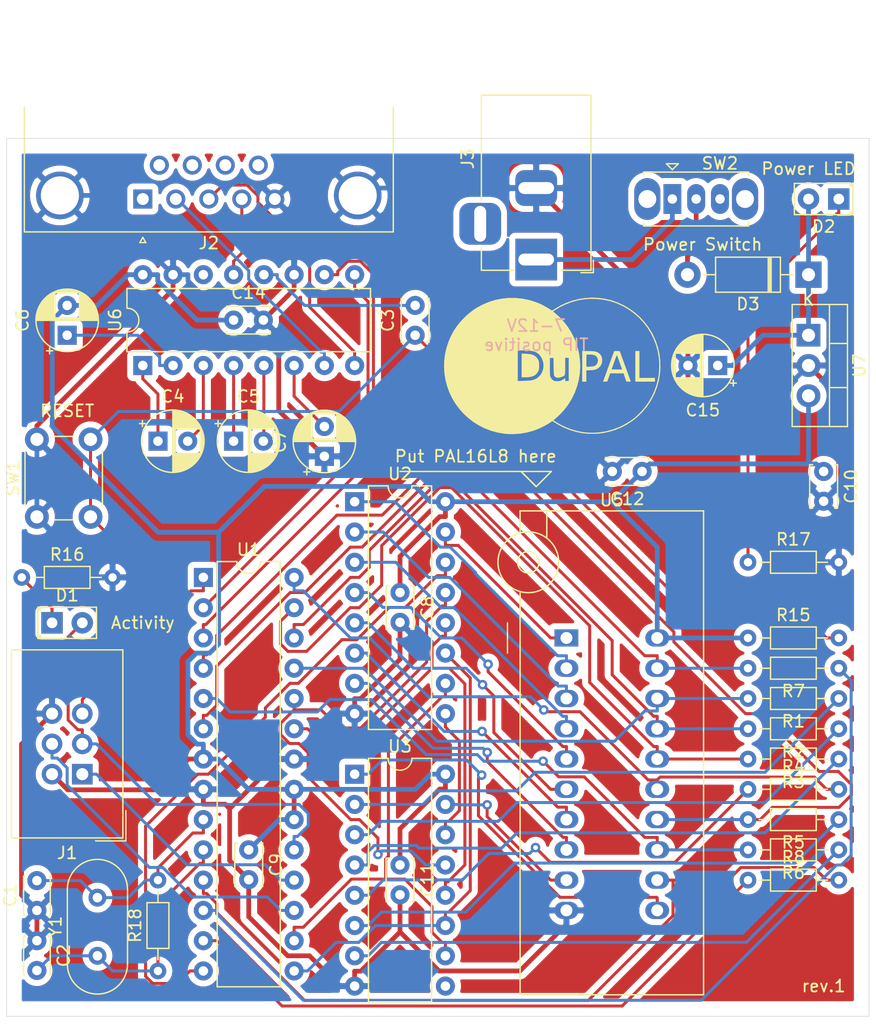
<source format=kicad_pcb>
(kicad_pcb (version 20171130) (host pcbnew "(5.1.5)-3")
  (layers (0 F.Cu signal) (31 B.Cu signal) (34 B.Paste user) (35 F.Paste user) (36 B.SilkS user) (37 F.SilkS user) (38 B.Mask user) (39 F.Mask user) (44 Edge.Cuts user))
  (net 0 "")
  (net 1 /XTAL1)
  (net 2 GND)
  (net 3 /XTAL2)
  (net 4 "Net-(C3-Pad2)")
  (net 5 /~RESET)
  (net 6 "Net-(C4-Pad2)")
  (net 7 "Net-(C4-Pad1)")
  (net 8 "Net-(C5-Pad2)")
  (net 9 "Net-(C5-Pad1)")
  (net 10 VCC)
  (net 11 "Net-(C6-Pad1)")
  (net 12 "Net-(C7-Pad2)")
  (net 13 /RECT_V12)
  (net 14 /SCK)
  (net 15 "Net-(D1-Pad1)")
  (net 16 "Net-(D2-Pad1)")
  (net 17 /SW_12V)
  (net 18 /MOSI)
  (net 19 /MISO)
  (net 20 /RS232-DTR)
  (net 21 /RS232-TX)
  (net 22 /RS232-RX)
  (net 23 +12V)
  (net 24 /PAL_IO1)
  (net 25 "Net-(R1-Pad1)")
  (net 26 /PAL_IO2)
  (net 27 "Net-(R2-Pad1)")
  (net 28 /PAL_IO3)
  (net 29 "Net-(R3-Pad1)")
  (net 30 /PAL_IO4)
  (net 31 "Net-(R4-Pad1)")
  (net 32 /PAL_IO5)
  (net 33 "Net-(R5-Pad1)")
  (net 34 /PAL_IO6)
  (net 35 "Net-(R6-Pad1)")
  (net 36 /PAL_TRIO1)
  (net 37 "Net-(R7-Pad1)")
  (net 38 /PAL_TRIO2)
  (net 39 "Net-(R8-Pad1)")
  (net 40 /SHFT_SER)
  (net 41 /~SHFT_OE)
  (net 42 /SHFT_RCLK)
  (net 43 /TTL-TX)
  (net 44 /~SHFT_RESET)
  (net 45 /TTL-RX)
  (net 46 /SHFT_CLK)
  (net 47 /PAL_I1)
  (net 48 /PAL_I8)
  (net 49 /PAL_I7)
  (net 50 /PAL_I6)
  (net 51 /PAL_I5)
  (net 52 /PAL_I4)
  (net 53 /PAL_I3)
  (net 54 "Net-(U2-Pad9)")
  (net 55 /PAL_I2)
  (net 56 /PAL_I9)
  (net 57 /PAL_I10)
  (module logo:logo (layer F.Cu) (at 74.93 101.6)
    (fp_text reference G*** hide)
    (fp_text value LOGO hide)
  )
  (module Crystal:Crystal_HC49-U_Vertical (layer F.Cu) (at 34.29 138.43 90)
    (fp_text reference Y1 (at 2.44 -3.525 90) (layer F.SilkS))
    (fp_text value 8Mhz)
    (pad 2 thru_hole circle (at 4.88 0 90) (size 1.5 1.5) (drill 0.8) (layers *.Cu *.Mask) (net 1 /XTAL1))
    (pad 1 thru_hole circle (at 0 0 90) (size 1.5 1.5) (drill 0.8) (layers *.Cu *.Mask) (net 3 /XTAL2))
  )
  (module Package_TO_SOT_THT:TO-220-3_Vertical (layer F.Cu) (at 93.98 86.36 270)
    (fp_text reference U7 (at 2.54 -4.27 90) (layer F.SilkS))
    (fp_text value L7805)
    (pad 3 thru_hole oval (at 5.08 0 270) (size 1.905 2) (drill 1.1) (layers *.Cu *.Mask) (net 10 VCC))
    (pad 2 thru_hole oval (at 2.54 0 270) (size 1.905 2) (drill 1.1) (layers *.Cu *.Mask) (net 2 GND))
    (pad 1 thru_hole rect (at 0 0 270) (size 1.905 2) (drill 1.1) (layers *.Cu *.Mask) (net 13 /RECT_V12))
  )
  (module Package_DIP:DIP-16_W7.62mm (layer F.Cu) (at 38.1 88.9 90)
    (fp_text reference U6 (at 3.81 -2.33 90) (layer F.SilkS))
    (fp_text value MAX232)
    (pad 16 thru_hole oval (at 7.62 0 90) (size 1.6 1.6) (drill 0.8) (layers *.Cu *.Mask) (net 10 VCC))
    (pad 8 thru_hole oval (at 0 17.78 90) (size 1.6 1.6) (drill 0.8) (layers *.Cu *.Mask) (net 21 /RS232-TX))
    (pad 15 thru_hole oval (at 7.62 2.54 90) (size 1.6 1.6) (drill 0.8) (layers *.Cu *.Mask) (net 2 GND))
    (pad 7 thru_hole oval (at 0 15.24 90) (size 1.6 1.6) (drill 0.8) (layers *.Cu *.Mask) (net 22 /RS232-RX))
    (pad 14 thru_hole oval (at 7.62 5.08 90) (size 1.6 1.6) (drill 0.8) (layers *.Cu *.Mask))
    (pad 6 thru_hole oval (at 0 12.7 90) (size 1.6 1.6) (drill 0.8) (layers *.Cu *.Mask) (net 12 "Net-(C7-Pad2)"))
    (pad 13 thru_hole oval (at 7.62 7.62 90) (size 1.6 1.6) (drill 0.8) (layers *.Cu *.Mask) (net 20 /RS232-DTR))
    (pad 5 thru_hole oval (at 0 10.16 90) (size 1.6 1.6) (drill 0.8) (layers *.Cu *.Mask) (net 8 "Net-(C5-Pad2)"))
    (pad 12 thru_hole oval (at 7.62 10.16 90) (size 1.6 1.6) (drill 0.8) (layers *.Cu *.Mask) (net 4 "Net-(C3-Pad2)"))
    (pad 4 thru_hole oval (at 0 7.62 90) (size 1.6 1.6) (drill 0.8) (layers *.Cu *.Mask) (net 9 "Net-(C5-Pad1)"))
    (pad 11 thru_hole oval (at 7.62 12.7 90) (size 1.6 1.6) (drill 0.8) (layers *.Cu *.Mask) (net 2 GND))
    (pad 3 thru_hole oval (at 0 5.08 90) (size 1.6 1.6) (drill 0.8) (layers *.Cu *.Mask) (net 6 "Net-(C4-Pad2)"))
    (pad 10 thru_hole oval (at 7.62 15.24 90) (size 1.6 1.6) (drill 0.8) (layers *.Cu *.Mask) (net 43 /TTL-TX))
    (pad 2 thru_hole oval (at 0 2.54 90) (size 1.6 1.6) (drill 0.8) (layers *.Cu *.Mask) (net 11 "Net-(C6-Pad1)"))
    (pad 9 thru_hole oval (at 7.62 17.78 90) (size 1.6 1.6) (drill 0.8) (layers *.Cu *.Mask) (net 45 /TTL-RX))
    (pad 1 thru_hole rect (at 0 0 90) (size 1.6 1.6) (drill 0.8) (layers *.Cu *.Mask) (net 7 "Net-(C4-Pad1)"))
  )
  (module Socket:DIP_Socket-20_W4.3_W5.08_W7.62_W10.16_W10.9_3M_220-3342-00-0602J (layer F.Cu) (at 73.66 111.76)
    (fp_text reference U5 (at 3.81 -11.56) (layer F.SilkS))
    (fp_text value PAL16L8)
    (pad 11 thru_hole oval (at 7.62 22.86) (size 2 1.44) (drill 1) (layers *.Cu *.Mask) (net 57 /PAL_I10))
    (pad 10 thru_hole oval (at 0 22.86) (size 2 1.44) (drill 1) (layers *.Cu *.Mask) (net 2 GND))
    (pad 12 thru_hole oval (at 7.62 20.32) (size 2 1.44) (drill 1) (layers *.Cu *.Mask) (net 38 /PAL_TRIO2))
    (pad 9 thru_hole oval (at 0 20.32) (size 2 1.44) (drill 1) (layers *.Cu *.Mask) (net 56 /PAL_I9))
    (pad 13 thru_hole oval (at 7.62 17.78) (size 2 1.44) (drill 1) (layers *.Cu *.Mask) (net 34 /PAL_IO6))
    (pad 8 thru_hole oval (at 0 17.78) (size 2 1.44) (drill 1) (layers *.Cu *.Mask) (net 48 /PAL_I8))
    (pad 14 thru_hole oval (at 7.62 15.24) (size 2 1.44) (drill 1) (layers *.Cu *.Mask) (net 32 /PAL_IO5))
    (pad 7 thru_hole oval (at 0 15.24) (size 2 1.44) (drill 1) (layers *.Cu *.Mask) (net 49 /PAL_I7))
    (pad 15 thru_hole oval (at 7.62 12.7) (size 2 1.44) (drill 1) (layers *.Cu *.Mask) (net 30 /PAL_IO4))
    (pad 6 thru_hole oval (at 0 12.7) (size 2 1.44) (drill 1) (layers *.Cu *.Mask) (net 50 /PAL_I6))
    (pad 16 thru_hole oval (at 7.62 10.16) (size 2 1.44) (drill 1) (layers *.Cu *.Mask) (net 28 /PAL_IO3))
    (pad 5 thru_hole oval (at 0 10.16) (size 2 1.44) (drill 1) (layers *.Cu *.Mask) (net 51 /PAL_I5))
    (pad 17 thru_hole oval (at 7.62 7.62) (size 2 1.44) (drill 1) (layers *.Cu *.Mask) (net 26 /PAL_IO2))
    (pad 4 thru_hole oval (at 0 7.62) (size 2 1.44) (drill 1) (layers *.Cu *.Mask) (net 52 /PAL_I4))
    (pad 18 thru_hole oval (at 7.62 5.08) (size 2 1.44) (drill 1) (layers *.Cu *.Mask) (net 24 /PAL_IO1))
    (pad 3 thru_hole oval (at 0 5.08) (size 2 1.44) (drill 1) (layers *.Cu *.Mask) (net 53 /PAL_I3))
    (pad 19 thru_hole oval (at 7.62 2.54) (size 2 1.44) (drill 1) (layers *.Cu *.Mask) (net 36 /PAL_TRIO1))
    (pad 2 thru_hole oval (at 0 2.54) (size 2 1.44) (drill 1) (layers *.Cu *.Mask) (net 55 /PAL_I2))
    (pad 20 thru_hole oval (at 7.62 0) (size 2 1.44) (drill 1) (layers *.Cu *.Mask) (net 10 VCC))
    (pad 1 thru_hole rect (at 0 0) (size 2 1.44) (drill 1) (layers *.Cu *.Mask) (net 47 /PAL_I1))
  )
  (module Package_DIP:DIP-16_W7.62mm (layer F.Cu) (at 55.88 123.19)
    (fp_text reference U3 (at 3.81 -2.33) (layer F.SilkS))
    (fp_text value 74HC595)
    (pad 16 thru_hole oval (at 7.62 0) (size 1.6 1.6) (drill 0.8) (layers *.Cu *.Mask) (net 10 VCC))
    (pad 8 thru_hole oval (at 0 17.78) (size 1.6 1.6) (drill 0.8) (layers *.Cu *.Mask) (net 2 GND))
    (pad 15 thru_hole oval (at 7.62 2.54) (size 1.6 1.6) (drill 0.8) (layers *.Cu *.Mask) (net 56 /PAL_I9))
    (pad 7 thru_hole oval (at 0 15.24) (size 1.6 1.6) (drill 0.8) (layers *.Cu *.Mask) (net 35 "Net-(R6-Pad1)"))
    (pad 14 thru_hole oval (at 7.62 5.08) (size 1.6 1.6) (drill 0.8) (layers *.Cu *.Mask) (net 54 "Net-(U2-Pad9)"))
    (pad 6 thru_hole oval (at 0 12.7) (size 1.6 1.6) (drill 0.8) (layers *.Cu *.Mask) (net 33 "Net-(R5-Pad1)"))
    (pad 13 thru_hole oval (at 7.62 7.62) (size 1.6 1.6) (drill 0.8) (layers *.Cu *.Mask) (net 41 /~SHFT_OE))
    (pad 5 thru_hole oval (at 0 10.16) (size 1.6 1.6) (drill 0.8) (layers *.Cu *.Mask) (net 31 "Net-(R4-Pad1)"))
    (pad 12 thru_hole oval (at 7.62 10.16) (size 1.6 1.6) (drill 0.8) (layers *.Cu *.Mask) (net 42 /SHFT_RCLK))
    (pad 4 thru_hole oval (at 0 7.62) (size 1.6 1.6) (drill 0.8) (layers *.Cu *.Mask) (net 29 "Net-(R3-Pad1)"))
    (pad 11 thru_hole oval (at 7.62 12.7) (size 1.6 1.6) (drill 0.8) (layers *.Cu *.Mask) (net 46 /SHFT_CLK))
    (pad 3 thru_hole oval (at 0 5.08) (size 1.6 1.6) (drill 0.8) (layers *.Cu *.Mask) (net 27 "Net-(R2-Pad1)"))
    (pad 10 thru_hole oval (at 7.62 15.24) (size 1.6 1.6) (drill 0.8) (layers *.Cu *.Mask) (net 44 /~SHFT_RESET))
    (pad 2 thru_hole oval (at 0 2.54) (size 1.6 1.6) (drill 0.8) (layers *.Cu *.Mask) (net 25 "Net-(R1-Pad1)"))
    (pad 9 thru_hole oval (at 7.62 17.78) (size 1.6 1.6) (drill 0.8) (layers *.Cu *.Mask))
    (pad 1 thru_hole rect (at 0 0) (size 1.6 1.6) (drill 0.8) (layers *.Cu *.Mask) (net 57 /PAL_I10))
  )
  (module Package_DIP:DIP-16_W7.62mm (layer F.Cu) (at 55.88 100.33)
    (fp_text reference U2 (at 3.81 -2.33) (layer F.SilkS))
    (fp_text value 74HC595)
    (pad 16 thru_hole oval (at 7.62 0) (size 1.6 1.6) (drill 0.8) (layers *.Cu *.Mask) (net 10 VCC))
    (pad 8 thru_hole oval (at 0 17.78) (size 1.6 1.6) (drill 0.8) (layers *.Cu *.Mask) (net 2 GND))
    (pad 15 thru_hole oval (at 7.62 2.54) (size 1.6 1.6) (drill 0.8) (layers *.Cu *.Mask) (net 47 /PAL_I1))
    (pad 7 thru_hole oval (at 0 15.24) (size 1.6 1.6) (drill 0.8) (layers *.Cu *.Mask) (net 48 /PAL_I8))
    (pad 14 thru_hole oval (at 7.62 5.08) (size 1.6 1.6) (drill 0.8) (layers *.Cu *.Mask) (net 40 /SHFT_SER))
    (pad 6 thru_hole oval (at 0 12.7) (size 1.6 1.6) (drill 0.8) (layers *.Cu *.Mask) (net 49 /PAL_I7))
    (pad 13 thru_hole oval (at 7.62 7.62) (size 1.6 1.6) (drill 0.8) (layers *.Cu *.Mask) (net 41 /~SHFT_OE))
    (pad 5 thru_hole oval (at 0 10.16) (size 1.6 1.6) (drill 0.8) (layers *.Cu *.Mask) (net 50 /PAL_I6))
    (pad 12 thru_hole oval (at 7.62 10.16) (size 1.6 1.6) (drill 0.8) (layers *.Cu *.Mask) (net 42 /SHFT_RCLK))
    (pad 4 thru_hole oval (at 0 7.62) (size 1.6 1.6) (drill 0.8) (layers *.Cu *.Mask) (net 51 /PAL_I5))
    (pad 11 thru_hole oval (at 7.62 12.7) (size 1.6 1.6) (drill 0.8) (layers *.Cu *.Mask) (net 46 /SHFT_CLK))
    (pad 3 thru_hole oval (at 0 5.08) (size 1.6 1.6) (drill 0.8) (layers *.Cu *.Mask) (net 52 /PAL_I4))
    (pad 10 thru_hole oval (at 7.62 15.24) (size 1.6 1.6) (drill 0.8) (layers *.Cu *.Mask) (net 44 /~SHFT_RESET))
    (pad 2 thru_hole oval (at 0 2.54) (size 1.6 1.6) (drill 0.8) (layers *.Cu *.Mask) (net 53 /PAL_I3))
    (pad 9 thru_hole oval (at 7.62 17.78) (size 1.6 1.6) (drill 0.8) (layers *.Cu *.Mask) (net 54 "Net-(U2-Pad9)"))
    (pad 1 thru_hole rect (at 0 0) (size 1.6 1.6) (drill 0.8) (layers *.Cu *.Mask) (net 55 /PAL_I2))
  )
  (module Package_DIP:DIP-28_W7.62mm (layer F.Cu) (at 43.18 106.68)
    (fp_text reference U1 (at 3.81 -2.33) (layer F.SilkS))
    (fp_text value ATmega8A-PU)
    (pad 28 thru_hole oval (at 7.62 0) (size 1.6 1.6) (drill 0.8) (layers *.Cu *.Mask) (net 30 /PAL_IO4))
    (pad 14 thru_hole oval (at 0 33.02) (size 1.6 1.6) (drill 0.8) (layers *.Cu *.Mask) (net 40 /SHFT_SER))
    (pad 27 thru_hole oval (at 7.62 2.54) (size 1.6 1.6) (drill 0.8) (layers *.Cu *.Mask) (net 28 /PAL_IO3))
    (pad 13 thru_hole oval (at 0 30.48) (size 1.6 1.6) (drill 0.8) (layers *.Cu *.Mask) (net 39 "Net-(R8-Pad1)"))
    (pad 26 thru_hole oval (at 7.62 5.08) (size 1.6 1.6) (drill 0.8) (layers *.Cu *.Mask) (net 26 /PAL_IO2))
    (pad 12 thru_hole oval (at 0 27.94) (size 1.6 1.6) (drill 0.8) (layers *.Cu *.Mask) (net 37 "Net-(R7-Pad1)"))
    (pad 25 thru_hole oval (at 7.62 7.62) (size 1.6 1.6) (drill 0.8) (layers *.Cu *.Mask) (net 24 /PAL_IO1))
    (pad 11 thru_hole oval (at 0 25.4) (size 1.6 1.6) (drill 0.8) (layers *.Cu *.Mask) (net 38 /PAL_TRIO2))
    (pad 24 thru_hole oval (at 7.62 10.16) (size 1.6 1.6) (drill 0.8) (layers *.Cu *.Mask) (net 41 /~SHFT_OE))
    (pad 10 thru_hole oval (at 0 22.86) (size 1.6 1.6) (drill 0.8) (layers *.Cu *.Mask) (net 3 /XTAL2))
    (pad 23 thru_hole oval (at 7.62 12.7) (size 1.6 1.6) (drill 0.8) (layers *.Cu *.Mask) (net 42 /SHFT_RCLK))
    (pad 9 thru_hole oval (at 0 20.32) (size 1.6 1.6) (drill 0.8) (layers *.Cu *.Mask) (net 1 /XTAL1))
    (pad 22 thru_hole oval (at 7.62 15.24) (size 1.6 1.6) (drill 0.8) (layers *.Cu *.Mask) (net 2 GND))
    (pad 8 thru_hole oval (at 0 17.78) (size 1.6 1.6) (drill 0.8) (layers *.Cu *.Mask) (net 2 GND))
    (pad 21 thru_hole oval (at 7.62 17.78) (size 1.6 1.6) (drill 0.8) (layers *.Cu *.Mask) (net 10 VCC))
    (pad 7 thru_hole oval (at 0 15.24) (size 1.6 1.6) (drill 0.8) (layers *.Cu *.Mask) (net 10 VCC))
    (pad 20 thru_hole oval (at 7.62 20.32) (size 1.6 1.6) (drill 0.8) (layers *.Cu *.Mask) (net 10 VCC))
    (pad 6 thru_hole oval (at 0 12.7) (size 1.6 1.6) (drill 0.8) (layers *.Cu *.Mask) (net 36 /PAL_TRIO1))
    (pad 19 thru_hole oval (at 7.62 22.86) (size 1.6 1.6) (drill 0.8) (layers *.Cu *.Mask) (net 14 /SCK))
    (pad 5 thru_hole oval (at 0 10.16) (size 1.6 1.6) (drill 0.8) (layers *.Cu *.Mask) (net 34 /PAL_IO6))
    (pad 18 thru_hole oval (at 7.62 25.4) (size 1.6 1.6) (drill 0.8) (layers *.Cu *.Mask) (net 19 /MISO))
    (pad 4 thru_hole oval (at 0 7.62) (size 1.6 1.6) (drill 0.8) (layers *.Cu *.Mask) (net 32 /PAL_IO5))
    (pad 17 thru_hole oval (at 7.62 27.94) (size 1.6 1.6) (drill 0.8) (layers *.Cu *.Mask) (net 18 /MOSI))
    (pad 3 thru_hole oval (at 0 5.08) (size 1.6 1.6) (drill 0.8) (layers *.Cu *.Mask) (net 43 /TTL-TX))
    (pad 16 thru_hole oval (at 7.62 30.48) (size 1.6 1.6) (drill 0.8) (layers *.Cu *.Mask) (net 44 /~SHFT_RESET))
    (pad 2 thru_hole oval (at 0 2.54) (size 1.6 1.6) (drill 0.8) (layers *.Cu *.Mask) (net 45 /TTL-RX))
    (pad 15 thru_hole oval (at 7.62 33.02) (size 1.6 1.6) (drill 0.8) (layers *.Cu *.Mask) (net 46 /SHFT_CLK))
    (pad 1 thru_hole rect (at 0 0) (size 1.6 1.6) (drill 0.8) (layers *.Cu *.Mask) (net 5 /~RESET))
  )
  (module Button_Switch_THT:SW_Slide_1P2T_CK_OS102011MS2Q (layer F.Cu) (at 82.55 74.93)
    (fp_text reference SW2 (at 3.99 -2.99) (layer F.SilkS))
    (fp_text value Power)
    (pad "" thru_hole oval (at 6.1 0) (size 2.2 3.5) (drill 1.5) (layers *.Cu *.Mask))
    (pad "" thru_hole oval (at -2.1 0) (size 2.2 3.5) (drill 1.5) (layers *.Cu *.Mask))
    (pad 3 thru_hole oval (at 4 0) (size 1.5 2.5) (drill 0.8) (layers *.Cu *.Mask))
    (pad 2 thru_hole oval (at 2 0) (size 1.5 2.5) (drill 0.8) (layers *.Cu *.Mask) (net 17 /SW_12V))
    (pad 1 thru_hole rect (at 0 0) (size 1.5 2.5) (drill 0.8) (layers *.Cu *.Mask) (net 23 +12V))
  )
  (module Button_Switch_THT:SW_PUSH_6mm (layer F.Cu) (at 29.21 101.6 90)
    (fp_text reference SW1 (at 3.25 -2 90) (layer F.SilkS))
    (fp_text value SW_Push)
    (pad 1 thru_hole circle (at 6.5 0 180) (size 2 2) (drill 1.1) (layers *.Cu *.Mask) (net 2 GND))
    (pad 2 thru_hole circle (at 6.5 4.5 180) (size 2 2) (drill 1.1) (layers *.Cu *.Mask) (net 5 /~RESET))
    (pad 1 thru_hole circle (at 0 0 180) (size 2 2) (drill 1.1) (layers *.Cu *.Mask) (net 2 GND))
    (pad 2 thru_hole circle (at 0 4.5 180) (size 2 2) (drill 1.1) (layers *.Cu *.Mask) (net 5 /~RESET))
  )
  (module Resistor_THT:R_Axial_DIN0204_L3.6mm_D1.6mm_P7.62mm_Horizontal (layer F.Cu) (at 39.37 139.7 90)
    (fp_text reference R18 (at 3.81 -1.92 90) (layer F.SilkS))
    (fp_text value 1M)
    (pad 2 thru_hole oval (at 7.62 0 90) (size 1.4 1.4) (drill 0.7) (layers *.Cu *.Mask) (net 1 /XTAL1))
    (pad 1 thru_hole circle (at 0 0 90) (size 1.4 1.4) (drill 0.7) (layers *.Cu *.Mask) (net 3 /XTAL2))
  )
  (module Resistor_THT:R_Axial_DIN0204_L3.6mm_D1.6mm_P7.62mm_Horizontal (layer F.Cu) (at 88.9 105.41)
    (fp_text reference R17 (at 3.81 -1.92) (layer F.SilkS))
    (fp_text value 1.2K)
    (pad 2 thru_hole oval (at 7.62 0) (size 1.4 1.4) (drill 0.7) (layers *.Cu *.Mask) (net 2 GND))
    (pad 1 thru_hole circle (at 0 0) (size 1.4 1.4) (drill 0.7) (layers *.Cu *.Mask) (net 16 "Net-(D2-Pad1)"))
  )
  (module Resistor_THT:R_Axial_DIN0204_L3.6mm_D1.6mm_P7.62mm_Horizontal (layer F.Cu) (at 27.94 106.68)
    (fp_text reference R16 (at 3.81 -1.92) (layer F.SilkS))
    (fp_text value 470)
    (pad 2 thru_hole oval (at 7.62 0) (size 1.4 1.4) (drill 0.7) (layers *.Cu *.Mask) (net 2 GND))
    (pad 1 thru_hole circle (at 0 0) (size 1.4 1.4) (drill 0.7) (layers *.Cu *.Mask) (net 15 "Net-(D1-Pad1)"))
  )
  (module Resistor_THT:R_Axial_DIN0204_L3.6mm_D1.6mm_P7.62mm_Horizontal (layer F.Cu) (at 88.9 111.76)
    (fp_text reference R15 (at 3.81 -1.92) (layer F.SilkS))
    (fp_text value 10K)
    (pad 2 thru_hole oval (at 7.62 0) (size 1.4 1.4) (drill 0.7) (layers *.Cu *.Mask) (net 5 /~RESET))
    (pad 1 thru_hole circle (at 0 0) (size 1.4 1.4) (drill 0.7) (layers *.Cu *.Mask) (net 10 VCC))
  )
  (module Resistor_THT:R_Axial_DIN0204_L3.6mm_D1.6mm_P7.62mm_Horizontal (layer F.Cu) (at 88.9 132.08)
    (fp_text reference R8 (at 3.81 -1.92) (layer F.SilkS))
    (fp_text value 10K)
    (pad 2 thru_hole oval (at 7.62 0) (size 1.4 1.4) (drill 0.7) (layers *.Cu *.Mask) (net 38 /PAL_TRIO2))
    (pad 1 thru_hole circle (at 0 0) (size 1.4 1.4) (drill 0.7) (layers *.Cu *.Mask) (net 39 "Net-(R8-Pad1)"))
  )
  (module Resistor_THT:R_Axial_DIN0204_L3.6mm_D1.6mm_P7.62mm_Horizontal (layer F.Cu) (at 96.52 114.3 180)
    (fp_text reference R7 (at 3.81 -1.92) (layer F.SilkS))
    (fp_text value 10K)
    (pad 2 thru_hole oval (at 7.62 0 180) (size 1.4 1.4) (drill 0.7) (layers *.Cu *.Mask) (net 36 /PAL_TRIO1))
    (pad 1 thru_hole circle (at 0 0 180) (size 1.4 1.4) (drill 0.7) (layers *.Cu *.Mask) (net 37 "Net-(R7-Pad1)"))
  )
  (module Resistor_THT:R_Axial_DIN0204_L3.6mm_D1.6mm_P7.62mm_Horizontal (layer F.Cu) (at 96.52 129.54 180)
    (fp_text reference R6 (at 3.81 -1.92) (layer F.SilkS))
    (fp_text value 10K)
    (pad 2 thru_hole oval (at 7.62 0 180) (size 1.4 1.4) (drill 0.7) (layers *.Cu *.Mask) (net 34 /PAL_IO6))
    (pad 1 thru_hole circle (at 0 0 180) (size 1.4 1.4) (drill 0.7) (layers *.Cu *.Mask) (net 35 "Net-(R6-Pad1)"))
  )
  (module Resistor_THT:R_Axial_DIN0204_L3.6mm_D1.6mm_P7.62mm_Horizontal (layer F.Cu) (at 96.52 127 180)
    (fp_text reference R5 (at 3.81 -1.92) (layer F.SilkS))
    (fp_text value 10K)
    (pad 2 thru_hole oval (at 7.62 0 180) (size 1.4 1.4) (drill 0.7) (layers *.Cu *.Mask) (net 32 /PAL_IO5))
    (pad 1 thru_hole circle (at 0 0 180) (size 1.4 1.4) (drill 0.7) (layers *.Cu *.Mask) (net 33 "Net-(R5-Pad1)"))
  )
  (module Resistor_THT:R_Axial_DIN0204_L3.6mm_D1.6mm_P7.62mm_Horizontal (layer F.Cu) (at 88.9 124.46)
    (fp_text reference R4 (at 3.81 -1.92) (layer F.SilkS))
    (fp_text value 10K)
    (pad 2 thru_hole oval (at 7.62 0) (size 1.4 1.4) (drill 0.7) (layers *.Cu *.Mask) (net 30 /PAL_IO4))
    (pad 1 thru_hole circle (at 0 0) (size 1.4 1.4) (drill 0.7) (layers *.Cu *.Mask) (net 31 "Net-(R4-Pad1)"))
  )
  (module Resistor_THT:R_Axial_DIN0204_L3.6mm_D1.6mm_P7.62mm_Horizontal (layer F.Cu) (at 96.52 121.92 180)
    (fp_text reference R3 (at 3.81 -1.92) (layer F.SilkS))
    (fp_text value 10K)
    (pad 2 thru_hole oval (at 7.62 0 180) (size 1.4 1.4) (drill 0.7) (layers *.Cu *.Mask) (net 28 /PAL_IO3))
    (pad 1 thru_hole circle (at 0 0 180) (size 1.4 1.4) (drill 0.7) (layers *.Cu *.Mask) (net 29 "Net-(R3-Pad1)"))
  )
  (module Resistor_THT:R_Axial_DIN0204_L3.6mm_D1.6mm_P7.62mm_Horizontal (layer F.Cu) (at 96.52 119.38 180)
    (fp_text reference R2 (at 3.81 -1.92) (layer F.SilkS))
    (fp_text value 10K)
    (pad 2 thru_hole oval (at 7.62 0 180) (size 1.4 1.4) (drill 0.7) (layers *.Cu *.Mask) (net 26 /PAL_IO2))
    (pad 1 thru_hole circle (at 0 0 180) (size 1.4 1.4) (drill 0.7) (layers *.Cu *.Mask) (net 27 "Net-(R2-Pad1)"))
  )
  (module Resistor_THT:R_Axial_DIN0204_L3.6mm_D1.6mm_P7.62mm_Horizontal (layer F.Cu) (at 96.52 116.84 180)
    (fp_text reference R1 (at 3.81 -1.92) (layer F.SilkS))
    (fp_text value 10K)
    (pad 2 thru_hole oval (at 7.62 0 180) (size 1.4 1.4) (drill 0.7) (layers *.Cu *.Mask) (net 24 /PAL_IO1))
    (pad 1 thru_hole circle (at 0 0 180) (size 1.4 1.4) (drill 0.7) (layers *.Cu *.Mask) (net 25 "Net-(R1-Pad1)"))
  )
  (module Connector_BarrelJack:BarrelJack_Horizontal (layer F.Cu) (at 71.12 80.01 270)
    (fp_text reference J3 (at -8.45 5.75 90) (layer F.SilkS))
    (fp_text value "Power IN")
    (pad 3 thru_hole roundrect (at -3 4.7 270) (size 3.5 3.5) (drill oval 3 1) (layers *.Cu *.Mask))
    (pad 2 thru_hole roundrect (at -6 0 270) (size 3 3.5) (drill oval 1 3) (layers *.Cu *.Mask) (net 2 GND))
    (pad 1 thru_hole rect (at 0 0 270) (size 3.5 3.5) (drill oval 1 3) (layers *.Cu *.Mask) (net 23 +12V))
  )
  (module Connector_Dsub:DSUB-9_Female_Horizontal_P2.77x2.84mm_EdgePinOffset4.94mm_Housed_MountingHolesOffset7.48mm (layer F.Cu) (at 38.1 74.93 180)
    (fp_text reference J2 (at -5.54 -3.7) (layer F.SilkS))
    (fp_text value RS232)
    (pad 0 thru_hole circle (at 6.96 0.3 180) (size 4 4) (drill 3.2) (layers *.Cu *.Mask) (net 2 GND))
    (pad 0 thru_hole circle (at -18.04 0.3 180) (size 4 4) (drill 3.2) (layers *.Cu *.Mask) (net 2 GND))
    (pad 9 thru_hole circle (at -9.695 2.84 180) (size 1.6 1.6) (drill 1) (layers *.Cu *.Mask))
    (pad 8 thru_hole circle (at -6.925 2.84 180) (size 1.6 1.6) (drill 1) (layers *.Cu *.Mask))
    (pad 7 thru_hole circle (at -4.155 2.84 180) (size 1.6 1.6) (drill 1) (layers *.Cu *.Mask))
    (pad 6 thru_hole circle (at -1.385 2.84 180) (size 1.6 1.6) (drill 1) (layers *.Cu *.Mask))
    (pad 5 thru_hole circle (at -11.08 0 180) (size 1.6 1.6) (drill 1) (layers *.Cu *.Mask) (net 2 GND))
    (pad 4 thru_hole circle (at -8.31 0 180) (size 1.6 1.6) (drill 1) (layers *.Cu *.Mask) (net 20 /RS232-DTR))
    (pad 3 thru_hole circle (at -5.54 0 180) (size 1.6 1.6) (drill 1) (layers *.Cu *.Mask) (net 21 /RS232-TX))
    (pad 2 thru_hole circle (at -2.77 0 180) (size 1.6 1.6) (drill 1) (layers *.Cu *.Mask) (net 22 /RS232-RX))
    (pad 1 thru_hole rect (at 0 0 180) (size 1.6 1.6) (drill 1) (layers *.Cu *.Mask))
  )
  (module Connector_IDC:IDC-Header_2x03_P2.54mm_Vertical (layer F.Cu) (at 33.02 123.19 180)
    (fp_text reference J1 (at 1.27 -6.604) (layer F.SilkS))
    (fp_text value AVR-ISP-6)
    (pad 6 thru_hole oval (at 2.54 5.08 180) (size 1.7272 1.7272) (drill 1.016) (layers *.Cu *.Mask) (net 2 GND))
    (pad 5 thru_hole oval (at 0 5.08 180) (size 1.7272 1.7272) (drill 1.016) (layers *.Cu *.Mask) (net 5 /~RESET))
    (pad 4 thru_hole oval (at 2.54 2.54 180) (size 1.7272 1.7272) (drill 1.016) (layers *.Cu *.Mask) (net 18 /MOSI))
    (pad 3 thru_hole oval (at 0 2.54 180) (size 1.7272 1.7272) (drill 1.016) (layers *.Cu *.Mask) (net 14 /SCK))
    (pad 2 thru_hole oval (at 2.54 0 180) (size 1.7272 1.7272) (drill 1.016) (layers *.Cu *.Mask) (net 10 VCC))
    (pad 1 thru_hole rect (at 0 0 180) (size 1.7272 1.7272) (drill 1.016) (layers *.Cu *.Mask) (net 19 /MISO))
  )
  (module Diode_THT:D_DO-41_SOD81_P10.16mm_Horizontal (layer F.Cu) (at 93.98 81.28 180)
    (fp_text reference D3 (at 5.08 -2.47) (layer F.SilkS))
    (fp_text value 1N4001)
    (fp_text user K (at 0 -2.1) (layer F.SilkS))
    (pad 2 thru_hole oval (at 10.16 0 180) (size 2.2 2.2) (drill 1.1) (layers *.Cu *.Mask) (net 17 /SW_12V))
    (pad 1 thru_hole rect (at 0 0 180) (size 2.2 2.2) (drill 1.1) (layers *.Cu *.Mask) (net 13 /RECT_V12))
  )
  (module LED_THT:LED_D2.0mm_W4.8mm_H2.5mm_FlatTop (layer F.Cu) (at 96.52 74.93 180)
    (fp_text reference D2 (at 1.27 -2.31) (layer F.SilkS))
    (fp_text value POWER_LED)
    (pad 2 thru_hole circle (at 2.54 0 180) (size 1.8 1.8) (drill 0.9) (layers *.Cu *.Mask) (net 13 /RECT_V12))
    (pad 1 thru_hole rect (at 0 0 180) (size 1.8 1.8) (drill 0.9) (layers *.Cu *.Mask) (net 16 "Net-(D2-Pad1)"))
  )
  (module LED_THT:LED_D2.0mm_W4.8mm_H2.5mm_FlatTop (layer F.Cu) (at 30.48 110.49)
    (fp_text reference D1 (at 1.27 -2.31) (layer F.SilkS))
    (fp_text value DATA_LED)
    (pad 2 thru_hole circle (at 2.54 0) (size 1.8 1.8) (drill 0.9) (layers *.Cu *.Mask) (net 14 /SCK))
    (pad 1 thru_hole rect (at 0 0) (size 1.8 1.8) (drill 0.9) (layers *.Cu *.Mask) (net 15 "Net-(D1-Pad1)"))
  )
  (module Capacitor_THT:CP_Radial_D5.0mm_P2.50mm (layer F.Cu) (at 86.36 88.9 180)
    (fp_text reference C15 (at 1.25 -3.75) (layer F.SilkS))
    (fp_text value 0.22uF)
    (pad 2 thru_hole circle (at 2.5 0 180) (size 1.6 1.6) (drill 0.8) (layers *.Cu *.Mask) (net 2 GND))
    (pad 1 thru_hole rect (at 0 0 180) (size 1.6 1.6) (drill 0.8) (layers *.Cu *.Mask) (net 13 /RECT_V12))
  )
  (module Capacitor_THT:C_Disc_D3.4mm_W2.1mm_P2.50mm (layer F.Cu) (at 45.72 85.09)
    (fp_text reference C14 (at 1.25 -2.3) (layer F.SilkS))
    (fp_text value 100nF)
    (pad 2 thru_hole circle (at 2.5 0) (size 1.6 1.6) (drill 0.8) (layers *.Cu *.Mask) (net 2 GND))
    (pad 1 thru_hole circle (at 0 0) (size 1.6 1.6) (drill 0.8) (layers *.Cu *.Mask) (net 10 VCC))
  )
  (module Capacitor_THT:C_Disc_D3.4mm_W2.1mm_P2.50mm (layer F.Cu) (at 80.01 97.79 180)
    (fp_text reference C12 (at 1.25 -2.3) (layer F.SilkS))
    (fp_text value 100nF)
    (pad 2 thru_hole circle (at 2.5 0 180) (size 1.6 1.6) (drill 0.8) (layers *.Cu *.Mask) (net 2 GND))
    (pad 1 thru_hole circle (at 0 0 180) (size 1.6 1.6) (drill 0.8) (layers *.Cu *.Mask) (net 10 VCC))
  )
  (module Capacitor_THT:C_Disc_D3.4mm_W2.1mm_P2.50mm (layer F.Cu) (at 59.69 130.81 270)
    (fp_text reference C11 (at 1.25 -2.3 90) (layer F.SilkS))
    (fp_text value 100nF)
    (pad 2 thru_hole circle (at 2.5 0 270) (size 1.6 1.6) (drill 0.8) (layers *.Cu *.Mask) (net 2 GND))
    (pad 1 thru_hole circle (at 0 0 270) (size 1.6 1.6) (drill 0.8) (layers *.Cu *.Mask) (net 10 VCC))
  )
  (module Capacitor_THT:C_Disc_D3.4mm_W2.1mm_P2.50mm (layer F.Cu) (at 95.25 97.79 270)
    (fp_text reference C10 (at 1.25 -2.3 90) (layer F.SilkS))
    (fp_text value 100nF)
    (pad 2 thru_hole circle (at 2.5 0 270) (size 1.6 1.6) (drill 0.8) (layers *.Cu *.Mask) (net 2 GND))
    (pad 1 thru_hole circle (at 0 0 270) (size 1.6 1.6) (drill 0.8) (layers *.Cu *.Mask) (net 10 VCC))
  )
  (module Capacitor_THT:C_Disc_D3.4mm_W2.1mm_P2.50mm (layer F.Cu) (at 46.99 129.54 270)
    (fp_text reference C9 (at 1.25 -2.3 90) (layer F.SilkS))
    (fp_text value 100nF)
    (pad 2 thru_hole circle (at 2.5 0 270) (size 1.6 1.6) (drill 0.8) (layers *.Cu *.Mask) (net 2 GND))
    (pad 1 thru_hole circle (at 0 0 270) (size 1.6 1.6) (drill 0.8) (layers *.Cu *.Mask) (net 10 VCC))
  )
  (module Capacitor_THT:C_Disc_D3.4mm_W2.1mm_P2.50mm (layer F.Cu) (at 59.69 107.95 270)
    (fp_text reference C8 (at 1.25 -2.3 90) (layer F.SilkS))
    (fp_text value 100nF)
    (pad 2 thru_hole circle (at 2.5 0 270) (size 1.6 1.6) (drill 0.8) (layers *.Cu *.Mask) (net 2 GND))
    (pad 1 thru_hole circle (at 0 0 270) (size 1.6 1.6) (drill 0.8) (layers *.Cu *.Mask) (net 10 VCC))
  )
  (module Capacitor_THT:CP_Radial_D5.0mm_P2.50mm (layer F.Cu) (at 53.34 96.52 90)
    (fp_text reference C7 (at 1.25 -3.75 90) (layer F.SilkS))
    (fp_text value 1.0uF)
    (pad 2 thru_hole circle (at 2.5 0 90) (size 1.6 1.6) (drill 0.8) (layers *.Cu *.Mask) (net 12 "Net-(C7-Pad2)"))
    (pad 1 thru_hole rect (at 0 0 90) (size 1.6 1.6) (drill 0.8) (layers *.Cu *.Mask) (net 2 GND))
  )
  (module Capacitor_THT:CP_Radial_D5.0mm_P2.50mm (layer F.Cu) (at 31.75 86.36 90)
    (fp_text reference C6 (at 1.25 -3.75 90) (layer F.SilkS))
    (fp_text value 1.0uF)
    (pad 2 thru_hole circle (at 2.5 0 90) (size 1.6 1.6) (drill 0.8) (layers *.Cu *.Mask) (net 10 VCC))
    (pad 1 thru_hole rect (at 0 0 90) (size 1.6 1.6) (drill 0.8) (layers *.Cu *.Mask) (net 11 "Net-(C6-Pad1)"))
  )
  (module Capacitor_THT:CP_Radial_D5.0mm_P2.50mm (layer F.Cu) (at 45.72 95.25)
    (fp_text reference C5 (at 1.25 -3.75) (layer F.SilkS))
    (fp_text value 1.0uF)
    (pad 2 thru_hole circle (at 2.5 0) (size 1.6 1.6) (drill 0.8) (layers *.Cu *.Mask) (net 8 "Net-(C5-Pad2)"))
    (pad 1 thru_hole rect (at 0 0) (size 1.6 1.6) (drill 0.8) (layers *.Cu *.Mask) (net 9 "Net-(C5-Pad1)"))
  )
  (module Capacitor_THT:CP_Radial_D5.0mm_P2.50mm (layer F.Cu) (at 39.37 95.25)
    (fp_text reference C4 (at 1.25 -3.75) (layer F.SilkS))
    (fp_text value 1.0uF)
    (pad 2 thru_hole circle (at 2.5 0) (size 1.6 1.6) (drill 0.8) (layers *.Cu *.Mask) (net 6 "Net-(C4-Pad2)"))
    (pad 1 thru_hole rect (at 0 0) (size 1.6 1.6) (drill 0.8) (layers *.Cu *.Mask) (net 7 "Net-(C4-Pad1)"))
  )
  (module Capacitor_THT:C_Disc_D3.4mm_W2.1mm_P2.50mm (layer F.Cu) (at 60.96 86.36 90)
    (fp_text reference C3 (at 1.25 -2.3 90) (layer F.SilkS))
    (fp_text value 100nF)
    (pad 2 thru_hole circle (at 2.5 0 90) (size 1.6 1.6) (drill 0.8) (layers *.Cu *.Mask) (net 4 "Net-(C3-Pad2)"))
    (pad 1 thru_hole circle (at 0 0 90) (size 1.6 1.6) (drill 0.8) (layers *.Cu *.Mask) (net 5 /~RESET))
  )
  (module Capacitor_THT:C_Disc_D3.0mm_W2.0mm_P2.50mm (layer F.Cu) (at 29.21 137.16 270)
    (fp_text reference C2 (at 1.25 -2.25 90) (layer F.SilkS))
    (fp_text value 22pF)
    (pad 2 thru_hole circle (at 2.5 0 270) (size 1.6 1.6) (drill 0.8) (layers *.Cu *.Mask) (net 3 /XTAL2))
    (pad 1 thru_hole circle (at 0 0 270) (size 1.6 1.6) (drill 0.8) (layers *.Cu *.Mask) (net 2 GND))
  )
  (module Capacitor_THT:C_Disc_D3.0mm_W2.0mm_P2.50mm (layer F.Cu) (at 29.21 134.62 90)
    (fp_text reference C1 (at 1.25 -2.25 90) (layer F.SilkS))
    (fp_text value 22pF)
    (pad 2 thru_hole circle (at 2.5 0 90) (size 1.6 1.6) (drill 0.8) (layers *.Cu *.Mask) (net 1 /XTAL1))
    (pad 1 thru_hole circle (at 0 0 90) (size 1.6 1.6) (drill 0.8) (layers *.Cu *.Mask) (net 2 GND))
  )
  (gr_text rev.1 (at 95.25 140.97) (layer F.SilkS) (effects (font (size 1 1))))
  (gr_text "Power LED" (at 93.98 72.39) (layer F.SilkS) (effects (font (size 1 1))))
  (gr_text Activity (at 38.1 110.49) (layer F.SilkS) (effects (font (size 1 1))))
  (gr_text RESET (at 31.75 92.71) (layer F.SilkS) (effects (font (size 1 1))))
  (gr_text "7-12V\nTIP positive" (at 71.12 86.36) (layer B.SilkS) (effects (font (size 1 1)) (justify mirror)))
  (gr_text "Power Switch" (at 85.09 78.74) (layer F.SilkS) (effects (font (size 1 1))))
  (gr_line (start 72.39 97.79) (end 71.12 99.06) (layer F.SilkS) (width 0.12))
  (gr_line (start 69.85 97.79) (end 71.12 99.06) (layer F.SilkS) (width 0.12))
  (gr_line (start 71.12 99.06) (end 69.85 97.79) (layer F.SilkS) (width 0.12))
  (gr_line (start 59.69 97.79) (end 72.39 97.79) (layer F.SilkS) (width 0.12))
  (gr_text "Put PAL16L8 here" (at 66.04 96.52) (layer F.SilkS) (effects (font (size 1 1))))
  (gr_line (start 99.06 69.85) (end 26.67 69.85) (layer Edge.Cuts) (width 0.05))
  (gr_line (start 99.06 143.51) (end 99.06 69.85) (layer Edge.Cuts) (width 0.05))
  (gr_line (start 26.67 143.51) (end 99.06 143.51) (layer Edge.Cuts) (width 0.05))
  (gr_line (start 26.67 69.85) (end 26.67 143.51) (layer Edge.Cuts) (width 0.05))
  (segment (start 39.37 132.08) (end 39.37 131.0547) (width 0.25) (layer F.Cu) (net 1))
  (segment (start 43.18 127) (end 43.18 128.1253) (width 0.25) (layer F.Cu) (net 1))
  (segment (start 43.18 128.1253) (end 42.2994 128.1253) (width 0.25) (layer F.Cu) (net 1))
  (segment (start 42.2994 128.1253) (end 39.37 131.0547) (width 0.25) (layer F.Cu) (net 1))
  (segment (start 39.37 132.08) (end 38.3447 132.08) (width 0.25) (layer B.Cu) (net 1))
  (segment (start 38.3447 132.08) (end 36.8747 133.55) (width 0.25) (layer B.Cu) (net 1))
  (segment (start 36.8747 133.55) (end 34.29 133.55) (width 0.25) (layer B.Cu) (net 1))
  (segment (start 29.21 132.12) (end 32.86 132.12) (width 0.25) (layer B.Cu) (net 1))
  (segment (start 32.86 132.12) (end 34.29 133.55) (width 0.25) (layer B.Cu) (net 1))
  (segment (start 59.69 136.4278) (end 56.3981 139.7197) (width 0.4) (layer F.Cu) (net 2))
  (segment (start 56.3981 139.7197) (end 55.88 139.7197) (width 0.4) (layer F.Cu) (net 2))
  (segment (start 59.69 133.31) (end 59.69 136.4278) (width 0.4) (layer F.Cu) (net 2))
  (segment (start 59.69 136.4278) (end 62.9622 139.7) (width 0.4) (layer F.Cu) (net 2))
  (segment (start 62.9622 139.7) (end 69.7503 139.7) (width 0.4) (layer F.Cu) (net 2))
  (segment (start 69.7503 139.7) (end 73.66 135.7903) (width 0.4) (layer F.Cu) (net 2))
  (segment (start 73.66 134.62) (end 73.66 135.7903) (width 0.4) (layer F.Cu) (net 2))
  (segment (start 55.88 140.97) (end 55.88 139.7197) (width 0.4) (layer F.Cu) (net 2))
  (segment (start 46.99 132.04) (end 46.99 135.1537) (width 0.4) (layer F.Cu) (net 2))
  (segment (start 46.99 135.1537) (end 50.2663 138.43) (width 0.4) (layer F.Cu) (net 2))
  (segment (start 50.2663 138.43) (end 52.0897 138.43) (width 0.4) (layer F.Cu) (net 2))
  (segment (start 52.0897 138.43) (end 54.6297 140.97) (width 0.4) (layer F.Cu) (net 2))
  (segment (start 45.3882 126.0815) (end 45.3882 130.4382) (width 0.4) (layer F.Cu) (net 2))
  (segment (start 45.3882 130.4382) (end 46.99 132.04) (width 0.4) (layer F.Cu) (net 2))
  (segment (start 55.88 140.97) (end 54.6297 140.97) (width 0.4) (layer F.Cu) (net 2))
  (segment (start 45.3882 126.0815) (end 45.017 125.7103) (width 0.4) (layer F.Cu) (net 2))
  (segment (start 45.017 125.7103) (end 43.18 125.7103) (width 0.4) (layer F.Cu) (net 2))
  (segment (start 49.5497 121.92) (end 45.3882 126.0815) (width 0.4) (layer F.Cu) (net 2))
  (segment (start 50.8 121.92) (end 49.5497 121.92) (width 0.4) (layer F.Cu) (net 2))
  (segment (start 43.18 124.46) (end 43.18 125.7103) (width 0.4) (layer F.Cu) (net 2))
  (segment (start 95.25 100.29) (end 96.52 101.56) (width 0.4) (layer F.Cu) (net 2))
  (segment (start 96.52 101.56) (end 96.52 105.41) (width 0.4) (layer F.Cu) (net 2))
  (segment (start 93.98 88.9) (end 96.5129 91.4329) (width 0.4) (layer F.Cu) (net 2))
  (segment (start 96.5129 91.4329) (end 96.5129 99.0271) (width 0.4) (layer F.Cu) (net 2))
  (segment (start 96.5129 99.0271) (end 95.25 100.29) (width 0.4) (layer F.Cu) (net 2))
  (segment (start 56.14 74.63) (end 56.76 74.01) (width 0.4) (layer B.Cu) (net 2))
  (segment (start 56.76 74.01) (end 71.12 74.01) (width 0.4) (layer B.Cu) (net 2))
  (segment (start 51.6097 77.3597) (end 53.4103 77.3597) (width 0.4) (layer B.Cu) (net 2))
  (segment (start 53.4103 77.3597) (end 56.14 74.63) (width 0.4) (layer B.Cu) (net 2))
  (segment (start 55.88 118.11) (end 54.6297 118.11) (width 0.4) (layer B.Cu) (net 2))
  (segment (start 50.8 121.92) (end 52.0503 121.92) (width 0.4) (layer B.Cu) (net 2))
  (segment (start 52.0503 121.92) (end 54.6297 119.3406) (width 0.4) (layer B.Cu) (net 2))
  (segment (start 54.6297 119.3406) (end 54.6297 118.11) (width 0.4) (layer B.Cu) (net 2))
  (segment (start 55.88 116.8597) (end 56.3794 116.8597) (width 0.4) (layer F.Cu) (net 2))
  (segment (start 56.3794 116.8597) (end 59.69 113.5491) (width 0.4) (layer F.Cu) (net 2))
  (segment (start 59.69 113.5491) (end 59.69 110.45) (width 0.4) (layer F.Cu) (net 2))
  (segment (start 71.12 74.01) (end 83.86 86.75) (width 0.4) (layer F.Cu) (net 2))
  (segment (start 83.86 86.75) (end 83.86 88.9) (width 0.4) (layer F.Cu) (net 2))
  (segment (start 29.21 95.1) (end 29.21 101.6) (width 0.4) (layer B.Cu) (net 2))
  (segment (start 35.56 106.68) (end 34.29 106.68) (width 0.4) (layer F.Cu) (net 2))
  (segment (start 34.29 106.68) (end 29.21 101.6) (width 0.4) (layer F.Cu) (net 2))
  (segment (start 55.88 118.11) (end 55.88 116.8597) (width 0.4) (layer F.Cu) (net 2))
  (segment (start 29.21 134.62) (end 29.21 137.16) (width 0.4) (layer F.Cu) (net 2))
  (segment (start 30.48 118.11) (end 27.9182 120.6718) (width 0.4) (layer F.Cu) (net 2))
  (segment (start 27.9182 120.6718) (end 27.9182 133.3282) (width 0.4) (layer F.Cu) (net 2))
  (segment (start 27.9182 133.3282) (end 29.21 134.62) (width 0.4) (layer F.Cu) (net 2))
  (segment (start 51.6097 77.3597) (end 49.18 74.93) (width 0.4) (layer B.Cu) (net 2))
  (segment (start 50.8 80.0297) (end 51.6097 79.22) (width 0.4) (layer B.Cu) (net 2))
  (segment (start 51.6097 79.22) (end 51.6097 77.3597) (width 0.4) (layer B.Cu) (net 2))
  (segment (start 50.8 81.28) (end 50.8 80.0297) (width 0.4) (layer B.Cu) (net 2))
  (segment (start 29.21 95.1) (end 29.21 93.9603) (width 0.4) (layer F.Cu) (net 2))
  (segment (start 29.21 93.9603) (end 40.64 82.5303) (width 0.4) (layer F.Cu) (net 2))
  (segment (start 40.64 81.28) (end 40.64 82.5303) (width 0.4) (layer F.Cu) (net 2))
  (segment (start 50.8 81.28) (end 50.8 82.5303) (width 0.4) (layer F.Cu) (net 2))
  (segment (start 48.22 85.09) (end 50.7797 82.5303) (width 0.4) (layer F.Cu) (net 2))
  (segment (start 50.7797 82.5303) (end 50.8 82.5303) (width 0.4) (layer F.Cu) (net 2))
  (segment (start 53.34 96.52) (end 49.5104 92.6904) (width 0.4) (layer F.Cu) (net 2))
  (segment (start 49.5104 92.6904) (end 49.5104 86.3804) (width 0.4) (layer F.Cu) (net 2))
  (segment (start 49.5104 86.3804) (end 48.22 85.09) (width 0.4) (layer F.Cu) (net 2))
  (segment (start 35.56 106.68) (end 35.56 107.8303) (width 0.4) (layer B.Cu) (net 2))
  (segment (start 34.3942 115.6742) (end 34.3942 108.9961) (width 0.4) (layer B.Cu) (net 2))
  (segment (start 34.3942 108.9961) (end 35.56 107.8303) (width 0.4) (layer B.Cu) (net 2))
  (segment (start 34.3942 115.6742) (end 31.6019 115.6742) (width 0.4) (layer B.Cu) (net 2))
  (segment (start 31.6019 115.6742) (end 30.48 116.7961) (width 0.4) (layer B.Cu) (net 2))
  (segment (start 41.9297 124.46) (end 41.9297 123.2097) (width 0.4) (layer B.Cu) (net 2))
  (segment (start 41.9297 123.2097) (end 34.3942 115.6742) (width 0.4) (layer B.Cu) (net 2))
  (segment (start 43.18 124.46) (end 41.9297 124.46) (width 0.4) (layer B.Cu) (net 2))
  (segment (start 30.48 118.11) (end 30.48 116.7961) (width 0.4) (layer B.Cu) (net 2))
  (segment (start 40.64 81.28) (end 41.8903 81.28) (width 0.4) (layer B.Cu) (net 2))
  (segment (start 48.22 85.09) (end 46.5876 83.4576) (width 0.4) (layer B.Cu) (net 2))
  (segment (start 46.5876 83.4576) (end 43.5498 83.4576) (width 0.4) (layer B.Cu) (net 2))
  (segment (start 43.5498 83.4576) (end 41.8903 81.7981) (width 0.4) (layer B.Cu) (net 2))
  (segment (start 41.8903 81.7981) (end 41.8903 81.28) (width 0.4) (layer B.Cu) (net 2))
  (segment (start 31.14 74.63) (end 33.99 74.63) (width 0.4) (layer B.Cu) (net 2))
  (segment (start 33.99 74.63) (end 40.64 81.28) (width 0.4) (layer B.Cu) (net 2))
  (segment (start 83.86 88.9) (end 85.1209 90.1609) (width 0.4) (layer B.Cu) (net 2))
  (segment (start 85.1209 90.1609) (end 92.7191 90.1609) (width 0.4) (layer B.Cu) (net 2))
  (segment (start 92.7191 90.1609) (end 93.98 88.9) (width 0.4) (layer B.Cu) (net 2))
  (segment (start 77.51 97.79) (end 83.86 91.44) (width 0.4) (layer F.Cu) (net 2))
  (segment (start 83.86 91.44) (end 83.86 88.9) (width 0.4) (layer F.Cu) (net 2))
  (segment (start 43.18 129.54) (end 43.18 130.6653) (width 0.25) (layer F.Cu) (net 3))
  (segment (start 39.37 139.7) (end 39.37 134.1939) (width 0.25) (layer F.Cu) (net 3))
  (segment (start 39.37 134.1939) (end 42.8986 130.6653) (width 0.25) (layer F.Cu) (net 3))
  (segment (start 42.8986 130.6653) (end 43.18 130.6653) (width 0.25) (layer F.Cu) (net 3))
  (segment (start 39.37 139.7) (end 35.56 139.7) (width 0.25) (layer B.Cu) (net 3))
  (segment (start 35.56 139.7) (end 34.29 138.43) (width 0.25) (layer B.Cu) (net 3))
  (segment (start 29.21 139.66) (end 30.44 138.43) (width 0.25) (layer B.Cu) (net 3))
  (segment (start 30.44 138.43) (end 34.29 138.43) (width 0.25) (layer B.Cu) (net 3))
  (segment (start 48.26 81.28) (end 49.3853 81.28) (width 0.25) (layer B.Cu) (net 4))
  (segment (start 60.96 83.86) (end 51.684 83.86) (width 0.25) (layer B.Cu) (net 4))
  (segment (start 51.684 83.86) (end 49.3853 81.5613) (width 0.25) (layer B.Cu) (net 4))
  (segment (start 49.3853 81.5613) (end 49.3853 81.28) (width 0.25) (layer B.Cu) (net 4))
  (segment (start 96.52 111.76) (end 95.4947 111.76) (width 0.25) (layer F.Cu) (net 5))
  (segment (start 60.96 86.36) (end 82.543 107.943) (width 0.25) (layer F.Cu) (net 5))
  (segment (start 82.543 107.943) (end 91.6777 107.943) (width 0.25) (layer F.Cu) (net 5))
  (segment (start 91.6777 107.943) (end 95.4947 111.76) (width 0.25) (layer F.Cu) (net 5))
  (segment (start 41.0256 108.9155) (end 33.02 116.9211) (width 0.25) (layer F.Cu) (net 5))
  (segment (start 43.18 107.8053) (end 42.1358 107.8053) (width 0.25) (layer F.Cu) (net 5))
  (segment (start 42.1358 107.8053) (end 41.0256 108.9155) (width 0.25) (layer F.Cu) (net 5))
  (segment (start 33.71 101.6) (end 41.0256 108.9155) (width 0.25) (layer F.Cu) (net 5))
  (segment (start 33.71 101.6) (end 33.71 95.1) (width 0.25) (layer F.Cu) (net 5))
  (segment (start 60.96 86.36) (end 54.5618 92.7582) (width 0.25) (layer B.Cu) (net 5))
  (segment (start 54.5618 92.7582) (end 36.0518 92.7582) (width 0.25) (layer B.Cu) (net 5))
  (segment (start 36.0518 92.7582) (end 33.71 95.1) (width 0.25) (layer B.Cu) (net 5))
  (segment (start 33.02 118.11) (end 33.02 116.9211) (width 0.25) (layer F.Cu) (net 5))
  (segment (start 43.18 106.68) (end 43.18 107.8053) (width 0.25) (layer F.Cu) (net 5))
  (segment (start 43.18 88.9) (end 43.18 93.94) (width 0.25) (layer F.Cu) (net 6))
  (segment (start 43.18 93.94) (end 41.87 95.25) (width 0.25) (layer F.Cu) (net 6))
  (segment (start 38.1 88.9) (end 38.1 90.0253) (width 0.25) (layer F.Cu) (net 7))
  (segment (start 39.37 95.25) (end 39.37 91.2953) (width 0.25) (layer F.Cu) (net 7))
  (segment (start 39.37 91.2953) (end 38.1 90.0253) (width 0.25) (layer F.Cu) (net 7))
  (segment (start 48.22 95.25) (end 48.26 95.21) (width 0.25) (layer F.Cu) (net 8))
  (segment (start 48.26 95.21) (end 48.26 88.9) (width 0.25) (layer F.Cu) (net 8))
  (segment (start 45.72 95.25) (end 45.72 88.9) (width 0.25) (layer F.Cu) (net 9))
  (segment (start 63.5 100.33) (end 63.5 101.5803) (width 0.4) (layer F.Cu) (net 10))
  (segment (start 59.69 107.95) (end 59.69 104.9117) (width 0.4) (layer F.Cu) (net 10))
  (segment (start 59.69 104.9117) (end 63.0214 101.5803) (width 0.4) (layer F.Cu) (net 10))
  (segment (start 63.0214 101.5803) (end 63.5 101.5803) (width 0.4) (layer F.Cu) (net 10))
  (segment (start 63.5 123.19) (end 62.2497 123.19) (width 0.4) (layer B.Cu) (net 10))
  (segment (start 50.8 124.46) (end 60.9797 124.46) (width 0.4) (layer B.Cu) (net 10))
  (segment (start 60.9797 124.46) (end 62.2497 123.19) (width 0.4) (layer B.Cu) (net 10))
  (segment (start 44.4303 121.92) (end 46.9703 124.46) (width 0.4) (layer B.Cu) (net 10))
  (segment (start 46.9703 124.46) (end 50.8 124.46) (width 0.4) (layer B.Cu) (net 10))
  (segment (start 93.98 97.155) (end 80.645 97.155) (width 0.4) (layer B.Cu) (net 10))
  (segment (start 80.645 97.155) (end 80.01 97.79) (width 0.4) (layer B.Cu) (net 10))
  (segment (start 95.25 97.79) (end 94.615 97.155) (width 0.4) (layer B.Cu) (net 10))
  (segment (start 94.615 97.155) (end 93.98 97.155) (width 0.4) (layer B.Cu) (net 10))
  (segment (start 93.98 97.155) (end 93.98 91.44) (width 0.4) (layer B.Cu) (net 10))
  (segment (start 77.47 100.33) (end 81.28 104.14) (width 0.4) (layer B.Cu) (net 10))
  (segment (start 81.28 104.14) (end 81.28 110.5897) (width 0.4) (layer B.Cu) (net 10))
  (segment (start 44.4604 102.8965) (end 39.3887 102.8965) (width 0.4) (layer B.Cu) (net 10))
  (segment (start 39.3887 102.8965) (end 30.4996 94.0074) (width 0.4) (layer B.Cu) (net 10))
  (segment (start 30.4996 94.0074) (end 30.4996 85.1104) (width 0.4) (layer B.Cu) (net 10))
  (segment (start 30.4996 85.1104) (end 31.75 83.86) (width 0.4) (layer B.Cu) (net 10))
  (segment (start 62.2497 100.33) (end 60.9669 99.0472) (width 0.4) (layer B.Cu) (net 10))
  (segment (start 60.9669 99.0472) (end 48.3097 99.0472) (width 0.4) (layer B.Cu) (net 10))
  (segment (start 48.3097 99.0472) (end 44.4604 102.8965) (width 0.4) (layer B.Cu) (net 10))
  (segment (start 44.4604 102.8965) (end 44.4604 112.2823) (width 0.4) (layer B.Cu) (net 10))
  (segment (start 44.4604 112.2823) (end 43.7127 113.03) (width 0.4) (layer B.Cu) (net 10))
  (segment (start 43.7127 113.03) (end 42.5982 113.03) (width 0.4) (layer B.Cu) (net 10))
  (segment (start 42.5982 113.03) (end 41.8904 113.7378) (width 0.4) (layer B.Cu) (net 10))
  (segment (start 41.8904 113.7378) (end 41.8904 119.8982) (width 0.4) (layer B.Cu) (net 10))
  (segment (start 41.8904 119.8982) (end 42.6619 120.6697) (width 0.4) (layer B.Cu) (net 10))
  (segment (start 42.6619 120.6697) (end 43.18 120.6697) (width 0.4) (layer B.Cu) (net 10))
  (segment (start 43.18 121.92) (end 43.18 120.6697) (width 0.4) (layer B.Cu) (net 10))
  (segment (start 50.8 124.46) (end 50.8 127) (width 0.4) (layer F.Cu) (net 10))
  (segment (start 88.9 111.76) (end 81.28 111.76) (width 0.4) (layer B.Cu) (net 10))
  (segment (start 77.47 100.33) (end 63.5 100.33) (width 0.4) (layer B.Cu) (net 10))
  (segment (start 80.01 97.79) (end 77.47 100.33) (width 0.4) (layer B.Cu) (net 10))
  (segment (start 81.28 111.76) (end 81.28 110.5897) (width 0.4) (layer B.Cu) (net 10))
  (segment (start 63.5 100.33) (end 62.2497 100.33) (width 0.4) (layer B.Cu) (net 10))
  (segment (start 43.18 121.92) (end 44.4303 121.92) (width 0.4) (layer B.Cu) (net 10))
  (segment (start 31.75 83.86) (end 34.2697 83.86) (width 0.4) (layer B.Cu) (net 10))
  (segment (start 34.2697 83.86) (end 36.8497 81.28) (width 0.4) (layer B.Cu) (net 10))
  (segment (start 38.1 81.28) (end 36.8497 81.28) (width 0.4) (layer B.Cu) (net 10))
  (segment (start 50.8 127) (end 49.5497 127) (width 0.4) (layer B.Cu) (net 10))
  (segment (start 49.5497 127) (end 47.0097 129.54) (width 0.4) (layer B.Cu) (net 10))
  (segment (start 47.0097 129.54) (end 46.99 129.54) (width 0.4) (layer B.Cu) (net 10))
  (segment (start 63.5 124.4403) (end 63.0199 124.4403) (width 0.4) (layer F.Cu) (net 10))
  (segment (start 63.0199 124.4403) (end 59.69 127.7702) (width 0.4) (layer F.Cu) (net 10))
  (segment (start 59.69 127.7702) (end 59.69 130.81) (width 0.4) (layer F.Cu) (net 10))
  (segment (start 43.18 121.92) (end 41.9297 121.92) (width 0.4) (layer F.Cu) (net 10))
  (segment (start 30.48 123.19) (end 31.794 124.504) (width 0.4) (layer F.Cu) (net 10))
  (segment (start 31.794 124.504) (end 39.3457 124.504) (width 0.4) (layer F.Cu) (net 10))
  (segment (start 39.3457 124.504) (end 41.9297 121.92) (width 0.4) (layer F.Cu) (net 10))
  (segment (start 38.1 81.28) (end 39.3503 81.28) (width 0.4) (layer B.Cu) (net 10))
  (segment (start 45.72 85.09) (end 42.6422 85.09) (width 0.4) (layer B.Cu) (net 10))
  (segment (start 42.6422 85.09) (end 39.3503 81.7981) (width 0.4) (layer B.Cu) (net 10))
  (segment (start 39.3503 81.7981) (end 39.3503 81.28) (width 0.4) (layer B.Cu) (net 10))
  (segment (start 63.5 123.19) (end 63.5 124.4403) (width 0.4) (layer F.Cu) (net 10))
  (segment (start 40.64 88.9) (end 39.5147 88.9) (width 0.25) (layer B.Cu) (net 11))
  (segment (start 31.75 86.36) (end 37.678 86.36) (width 0.25) (layer B.Cu) (net 11))
  (segment (start 37.678 86.36) (end 39.5147 88.1967) (width 0.25) (layer B.Cu) (net 11))
  (segment (start 39.5147 88.1967) (end 39.5147 88.9) (width 0.25) (layer B.Cu) (net 11))
  (segment (start 53.34 94.02) (end 50.8 91.48) (width 0.25) (layer F.Cu) (net 12))
  (segment (start 50.8 91.48) (end 50.8 88.9) (width 0.25) (layer F.Cu) (net 12))
  (segment (start 93.98 86.36) (end 93.98 82.8303) (width 0.4) (layer B.Cu) (net 13))
  (segment (start 93.98 81.28) (end 93.98 82.8303) (width 0.4) (layer B.Cu) (net 13))
  (segment (start 87.6103 88.9) (end 90.1503 86.36) (width 0.4) (layer B.Cu) (net 13))
  (segment (start 90.1503 86.36) (end 93.98 86.36) (width 0.4) (layer B.Cu) (net 13))
  (segment (start 93.98 74.93) (end 93.98 81.28) (width 0.4) (layer B.Cu) (net 13))
  (segment (start 86.36 88.9) (end 87.6103 88.9) (width 0.4) (layer B.Cu) (net 13))
  (segment (start 33.02 120.65) (end 33.02 119.4611) (width 0.25) (layer F.Cu) (net 14))
  (segment (start 33.02 110.49) (end 31.8311 111.6789) (width 0.25) (layer F.Cu) (net 14))
  (segment (start 31.8311 111.6789) (end 31.8311 118.6438) (width 0.25) (layer F.Cu) (net 14))
  (segment (start 31.8311 118.6438) (end 32.6484 119.4611) (width 0.25) (layer F.Cu) (net 14))
  (segment (start 32.6484 119.4611) (end 33.02 119.4611) (width 0.25) (layer F.Cu) (net 14))
  (segment (start 50.8 129.54) (end 50.8 128.4147) (width 0.25) (layer B.Cu) (net 14))
  (segment (start 33.02 120.65) (end 34.2089 120.65) (width 0.25) (layer B.Cu) (net 14))
  (segment (start 34.2089 120.65) (end 39.2889 125.73) (width 0.25) (layer B.Cu) (net 14))
  (segment (start 39.2889 125.73) (end 51.2208 125.73) (width 0.25) (layer B.Cu) (net 14))
  (segment (start 51.2208 125.73) (end 51.9876 126.4968) (width 0.25) (layer B.Cu) (net 14))
  (segment (start 51.9876 126.4968) (end 51.9876 127.5084) (width 0.25) (layer B.Cu) (net 14))
  (segment (start 51.9876 127.5084) (end 51.0813 128.4147) (width 0.25) (layer B.Cu) (net 14))
  (segment (start 51.0813 128.4147) (end 50.8 128.4147) (width 0.25) (layer B.Cu) (net 14))
  (segment (start 30.48 110.49) (end 30.48 109.2647) (width 0.25) (layer F.Cu) (net 15))
  (segment (start 30.48 109.2647) (end 27.94 106.7247) (width 0.25) (layer F.Cu) (net 15))
  (segment (start 27.94 106.7247) (end 27.94 106.68) (width 0.25) (layer F.Cu) (net 15))
  (segment (start 96.52 74.93) (end 96.52 76.1553) (width 0.25) (layer F.Cu) (net 16))
  (segment (start 96.52 76.1553) (end 96.3668 76.1553) (width 0.25) (layer F.Cu) (net 16))
  (segment (start 96.3668 76.1553) (end 88.9 83.6221) (width 0.25) (layer F.Cu) (net 16))
  (segment (start 88.9 83.6221) (end 88.9 105.41) (width 0.25) (layer F.Cu) (net 16))
  (segment (start 83.82 81.28) (end 83.82 79.7297) (width 0.4) (layer F.Cu) (net 17))
  (segment (start 83.82 79.7297) (end 84.55 78.9997) (width 0.4) (layer F.Cu) (net 17))
  (segment (start 84.55 78.9997) (end 84.55 74.93) (width 0.4) (layer F.Cu) (net 17))
  (segment (start 50.8 134.62) (end 49.6747 134.62) (width 0.25) (layer B.Cu) (net 18))
  (segment (start 30.48 120.65) (end 30.48 121.8389) (width 0.25) (layer B.Cu) (net 18))
  (segment (start 30.48 121.8389) (end 30.9258 121.8389) (width 0.25) (layer B.Cu) (net 18))
  (segment (start 30.9258 121.8389) (end 31.7489 122.662) (width 0.25) (layer B.Cu) (net 18))
  (segment (start 31.7489 122.662) (end 31.7489 124.1093) (width 0.25) (layer B.Cu) (net 18))
  (segment (start 31.7489 124.1093) (end 38.6547 131.0151) (width 0.25) (layer B.Cu) (net 18))
  (segment (start 38.6547 131.0151) (end 39.7652 131.0151) (width 0.25) (layer B.Cu) (net 18))
  (segment (start 39.7652 131.0151) (end 42.2448 133.4947) (width 0.25) (layer B.Cu) (net 18))
  (segment (start 42.2448 133.4947) (end 48.5494 133.4947) (width 0.25) (layer B.Cu) (net 18))
  (segment (start 48.5494 133.4947) (end 49.6747 134.62) (width 0.25) (layer B.Cu) (net 18))
  (segment (start 34.2089 123.19) (end 41.8089 130.79) (width 0.25) (layer B.Cu) (net 19))
  (segment (start 41.8089 130.79) (end 48.3847 130.79) (width 0.25) (layer B.Cu) (net 19))
  (segment (start 48.3847 130.79) (end 49.6747 132.08) (width 0.25) (layer B.Cu) (net 19))
  (segment (start 50.8 132.08) (end 49.6747 132.08) (width 0.25) (layer B.Cu) (net 19))
  (segment (start 33.02 123.19) (end 34.2089 123.19) (width 0.25) (layer B.Cu) (net 19))
  (segment (start 45.72 81.28) (end 45.72 80.1547) (width 0.25) (layer F.Cu) (net 20))
  (segment (start 46.41 74.93) (end 46.41 79.4647) (width 0.25) (layer F.Cu) (net 20))
  (segment (start 46.41 79.4647) (end 45.72 80.1547) (width 0.25) (layer F.Cu) (net 20))
  (segment (start 55.88 88.9) (end 55.88 87.7747) (width 0.25) (layer F.Cu) (net 21))
  (segment (start 43.64 74.93) (end 44.8105 73.7595) (width 0.25) (layer F.Cu) (net 21))
  (segment (start 44.8105 73.7595) (end 46.8566 73.7595) (width 0.25) (layer F.Cu) (net 21))
  (segment (start 46.8566 73.7595) (end 47.7597 74.6626) (width 0.25) (layer F.Cu) (net 21))
  (segment (start 47.7597 74.6626) (end 47.7597 75.2035) (width 0.25) (layer F.Cu) (net 21))
  (segment (start 47.7597 75.2035) (end 52.1053 79.5491) (width 0.25) (layer F.Cu) (net 21))
  (segment (start 52.1053 79.5491) (end 52.1053 84) (width 0.25) (layer F.Cu) (net 21))
  (segment (start 52.1053 84) (end 55.88 87.7747) (width 0.25) (layer F.Cu) (net 21))
  (segment (start 53.34 88.9) (end 53.34 87.7747) (width 0.25) (layer B.Cu) (net 22))
  (segment (start 40.87 74.93) (end 40.9805 74.93) (width 0.25) (layer B.Cu) (net 22))
  (segment (start 40.9805 74.93) (end 46.99 80.9395) (width 0.25) (layer B.Cu) (net 22))
  (segment (start 46.99 80.9395) (end 46.99 81.6731) (width 0.25) (layer B.Cu) (net 22))
  (segment (start 46.99 81.6731) (end 53.0916 87.7747) (width 0.25) (layer B.Cu) (net 22))
  (segment (start 53.0916 87.7747) (end 53.34 87.7747) (width 0.25) (layer B.Cu) (net 22))
  (segment (start 82.55 74.93) (end 82.55 76.6303) (width 0.4) (layer B.Cu) (net 23))
  (segment (start 71.12 80.01) (end 79.1703 80.01) (width 0.4) (layer B.Cu) (net 23))
  (segment (start 79.1703 80.01) (end 82.55 76.6303) (width 0.4) (layer B.Cu) (net 23))
  (segment (start 81.28 116.84) (end 81.28 117.8853) (width 0.25) (layer B.Cu) (net 24))
  (segment (start 81.28 117.8853) (end 80.2347 117.8853) (width 0.25) (layer B.Cu) (net 24))
  (segment (start 80.2347 117.8853) (end 77.6947 120.4253) (width 0.25) (layer B.Cu) (net 24))
  (segment (start 77.6947 120.4253) (end 62.8033 120.4253) (width 0.25) (layer B.Cu) (net 24))
  (segment (start 62.8033 120.4253) (end 56.678 114.3) (width 0.25) (layer B.Cu) (net 24))
  (segment (start 56.678 114.3) (end 50.8 114.3) (width 0.25) (layer B.Cu) (net 24))
  (segment (start 88.9 116.84) (end 81.28 116.84) (width 0.25) (layer B.Cu) (net 24))
  (segment (start 96.52 116.84) (end 90.3293 123.0307) (width 0.25) (layer B.Cu) (net 25))
  (segment (start 90.3293 123.0307) (end 71.0342 123.0307) (width 0.25) (layer B.Cu) (net 25))
  (segment (start 71.0342 123.0307) (end 69.4801 124.5848) (width 0.25) (layer B.Cu) (net 25))
  (segment (start 69.4801 124.5848) (end 62.7752 124.5848) (width 0.25) (layer B.Cu) (net 25))
  (segment (start 62.7752 124.5848) (end 61.63 125.73) (width 0.25) (layer B.Cu) (net 25))
  (segment (start 61.63 125.73) (end 55.88 125.73) (width 0.25) (layer B.Cu) (net 25))
  (segment (start 50.8 111.76) (end 50.8 110.6347) (width 0.25) (layer F.Cu) (net 26))
  (segment (start 81.28 119.38) (end 81.28 118.3347) (width 0.25) (layer F.Cu) (net 26))
  (segment (start 81.28 118.3347) (end 80.986 118.3347) (width 0.25) (layer F.Cu) (net 26))
  (segment (start 80.986 118.3347) (end 77.4975 114.8462) (width 0.25) (layer F.Cu) (net 26))
  (segment (start 77.4975 114.8462) (end 77.4975 111.9801) (width 0.25) (layer F.Cu) (net 26))
  (segment (start 77.4975 111.9801) (end 64.2124 98.695) (width 0.25) (layer F.Cu) (net 26))
  (segment (start 64.2124 98.695) (end 62.8243 98.695) (width 0.25) (layer F.Cu) (net 26))
  (segment (start 62.8243 98.695) (end 57.1061 104.4132) (width 0.25) (layer F.Cu) (net 26))
  (segment (start 57.1061 104.4132) (end 57.1061 105.8327) (width 0.25) (layer F.Cu) (net 26))
  (segment (start 57.1061 105.8327) (end 56.2588 106.68) (width 0.25) (layer F.Cu) (net 26))
  (segment (start 56.2588 106.68) (end 55.5331 106.68) (width 0.25) (layer F.Cu) (net 26))
  (segment (start 55.5331 106.68) (end 51.5784 110.6347) (width 0.25) (layer F.Cu) (net 26))
  (segment (start 51.5784 110.6347) (end 50.8 110.6347) (width 0.25) (layer F.Cu) (net 26))
  (segment (start 88.9 119.38) (end 81.28 119.38) (width 0.25) (layer B.Cu) (net 26))
  (segment (start 55.88 128.27) (end 57.0053 128.27) (width 0.25) (layer B.Cu) (net 27))
  (segment (start 96.52 119.38) (end 90.3293 125.5707) (width 0.25) (layer B.Cu) (net 27))
  (segment (start 90.3293 125.5707) (end 69.5049 125.5707) (width 0.25) (layer B.Cu) (net 27))
  (segment (start 69.5049 125.5707) (end 67.9309 127.1447) (width 0.25) (layer B.Cu) (net 27))
  (segment (start 67.9309 127.1447) (end 58.1306 127.1447) (width 0.25) (layer B.Cu) (net 27))
  (segment (start 58.1306 127.1447) (end 57.0053 128.27) (width 0.25) (layer B.Cu) (net 27))
  (segment (start 50.8 109.22) (end 49.6594 110.3606) (width 0.25) (layer F.Cu) (net 28))
  (segment (start 49.6594 110.3606) (end 49.6594 112.2641) (width 0.25) (layer F.Cu) (net 28))
  (segment (start 49.6594 112.2641) (end 50.2819 112.8866) (width 0.25) (layer F.Cu) (net 28))
  (segment (start 50.2819 112.8866) (end 51.8466 112.8866) (width 0.25) (layer F.Cu) (net 28))
  (segment (start 51.8466 112.8866) (end 55.5132 109.22) (width 0.25) (layer F.Cu) (net 28))
  (segment (start 55.5132 109.22) (end 56.2683 109.22) (width 0.25) (layer F.Cu) (net 28))
  (segment (start 56.2683 109.22) (end 58.1514 107.3369) (width 0.25) (layer F.Cu) (net 28))
  (segment (start 58.1514 107.3369) (end 58.1514 104.0163) (width 0.25) (layer F.Cu) (net 28))
  (segment (start 58.1514 104.0163) (end 63.0223 99.1454) (width 0.25) (layer F.Cu) (net 28))
  (segment (start 63.0223 99.1454) (end 64.0147 99.1454) (width 0.25) (layer F.Cu) (net 28))
  (segment (start 64.0147 99.1454) (end 75.6126 110.7433) (width 0.25) (layer F.Cu) (net 28))
  (segment (start 75.6126 110.7433) (end 75.6126 115.5013) (width 0.25) (layer F.Cu) (net 28))
  (segment (start 75.6126 115.5013) (end 80.986 120.8747) (width 0.25) (layer F.Cu) (net 28))
  (segment (start 80.986 120.8747) (end 81.28 120.8747) (width 0.25) (layer F.Cu) (net 28))
  (segment (start 81.28 121.92) (end 81.28 120.8747) (width 0.25) (layer F.Cu) (net 28))
  (segment (start 88.9 121.92) (end 81.28 121.92) (width 0.25) (layer F.Cu) (net 28))
  (segment (start 96.52 121.92) (end 90.3293 128.1107) (width 0.25) (layer B.Cu) (net 29))
  (segment (start 90.3293 128.1107) (end 69.5049 128.1107) (width 0.25) (layer B.Cu) (net 29))
  (segment (start 69.5049 128.1107) (end 68.2202 129.3954) (width 0.25) (layer B.Cu) (net 29))
  (segment (start 68.2202 129.3954) (end 61.2772 129.3954) (width 0.25) (layer B.Cu) (net 29))
  (segment (start 61.2772 129.3954) (end 61.057 129.1752) (width 0.25) (layer B.Cu) (net 29))
  (segment (start 61.057 129.1752) (end 57.5232 129.1752) (width 0.25) (layer B.Cu) (net 29))
  (segment (start 57.5232 129.1752) (end 57.0053 129.6931) (width 0.25) (layer B.Cu) (net 29))
  (segment (start 57.0053 129.6931) (end 57.0053 130.81) (width 0.25) (layer B.Cu) (net 29))
  (segment (start 55.88 130.81) (end 57.0053 130.81) (width 0.25) (layer B.Cu) (net 29))
  (segment (start 50.8 106.68) (end 50.8 107.8053) (width 0.25) (layer B.Cu) (net 30))
  (segment (start 81.28 123.676) (end 80.5221 123.676) (width 0.25) (layer F.Cu) (net 30))
  (segment (start 80.5221 123.676) (end 74.7968 117.9507) (width 0.25) (layer F.Cu) (net 30))
  (segment (start 74.7968 117.9507) (end 71.9063 117.9507) (width 0.25) (layer F.Cu) (net 30))
  (segment (start 71.9063 117.9507) (end 71.7575 117.8019) (width 0.25) (layer F.Cu) (net 30))
  (segment (start 50.8 107.8053) (end 51.5712 107.8053) (width 0.25) (layer B.Cu) (net 30))
  (segment (start 51.5712 107.8053) (end 55.5259 111.76) (width 0.25) (layer B.Cu) (net 30))
  (segment (start 55.5259 111.76) (end 57.1453 111.76) (width 0.25) (layer B.Cu) (net 30))
  (segment (start 57.1453 111.76) (end 62.0806 116.6953) (width 0.25) (layer B.Cu) (net 30))
  (segment (start 62.0806 116.6953) (end 70.6509 116.6953) (width 0.25) (layer B.Cu) (net 30))
  (segment (start 70.6509 116.6953) (end 71.7575 117.8019) (width 0.25) (layer B.Cu) (net 30))
  (segment (start 95.4947 124.46) (end 94.4677 123.433) (width 0.25) (layer F.Cu) (net 30))
  (segment (start 94.4677 123.433) (end 81.523 123.433) (width 0.25) (layer F.Cu) (net 30))
  (segment (start 81.523 123.433) (end 81.28 123.676) (width 0.25) (layer F.Cu) (net 30))
  (segment (start 96.52 124.46) (end 95.4947 124.46) (width 0.25) (layer F.Cu) (net 30))
  (segment (start 81.28 124.46) (end 81.28 123.676) (width 0.25) (layer F.Cu) (net 30))
  (via (at 71.7575 117.8019) (size 0.8) (layers F.Cu B.Cu) (net 30))
  (segment (start 55.88 133.35) (end 57.0053 133.35) (width 0.25) (layer B.Cu) (net 31))
  (segment (start 71.0652 129.3495) (end 70.5689 129.8458) (width 0.25) (layer B.Cu) (net 31))
  (segment (start 70.5689 129.8458) (end 67.1417 129.8458) (width 0.25) (layer B.Cu) (net 31))
  (segment (start 67.1417 129.8458) (end 64.9275 132.06) (width 0.25) (layer B.Cu) (net 31))
  (segment (start 64.9275 132.06) (end 58.2953 132.06) (width 0.25) (layer B.Cu) (net 31))
  (segment (start 58.2953 132.06) (end 57.0053 133.35) (width 0.25) (layer B.Cu) (net 31))
  (segment (start 88.9 124.46) (end 82.7724 130.5876) (width 0.25) (layer F.Cu) (net 31))
  (segment (start 82.7724 130.5876) (end 72.3033 130.5876) (width 0.25) (layer F.Cu) (net 31))
  (segment (start 72.3033 130.5876) (end 71.0652 129.3495) (width 0.25) (layer F.Cu) (net 31))
  (via (at 71.0652 129.3495) (size 0.8) (layers F.Cu B.Cu) (net 31))
  (segment (start 89.9253 127) (end 90.9506 125.9747) (width 0.25) (layer F.Cu) (net 32))
  (segment (start 90.9506 125.9747) (end 96.5416 125.9747) (width 0.25) (layer F.Cu) (net 32))
  (segment (start 96.5416 125.9747) (end 97.5881 124.9282) (width 0.25) (layer F.Cu) (net 32))
  (segment (start 97.5881 124.9282) (end 97.5881 124.069) (width 0.25) (layer F.Cu) (net 32))
  (segment (start 97.5881 124.069) (end 96.4834 122.9643) (width 0.25) (layer F.Cu) (net 32))
  (segment (start 96.4834 122.9643) (end 94.882 122.9643) (width 0.25) (layer F.Cu) (net 32))
  (segment (start 94.882 122.9643) (end 90.0277 118.11) (width 0.25) (layer F.Cu) (net 32))
  (segment (start 90.0277 118.11) (end 88.6943 118.11) (width 0.25) (layer F.Cu) (net 32))
  (segment (start 88.6943 118.11) (end 82.6803 112.096) (width 0.25) (layer F.Cu) (net 32))
  (segment (start 82.6803 112.096) (end 82.6803 111.2595) (width 0.25) (layer F.Cu) (net 32))
  (segment (start 82.6803 111.2595) (end 69.214 97.7932) (width 0.25) (layer F.Cu) (net 32))
  (segment (start 69.214 97.7932) (end 61.8588 97.7932) (width 0.25) (layer F.Cu) (net 32))
  (segment (start 61.8588 97.7932) (end 58.1966 101.4554) (width 0.25) (layer F.Cu) (net 32))
  (segment (start 58.1966 101.4554) (end 54.3945 101.4554) (width 0.25) (layer F.Cu) (net 32))
  (segment (start 54.3945 101.4554) (end 44.3053 111.5446) (width 0.25) (layer F.Cu) (net 32))
  (segment (start 44.3053 111.5446) (end 44.3053 112.3308) (width 0.25) (layer F.Cu) (net 32))
  (segment (start 44.3053 112.3308) (end 43.4614 113.1747) (width 0.25) (layer F.Cu) (net 32))
  (segment (start 43.4614 113.1747) (end 43.18 113.1747) (width 0.25) (layer F.Cu) (net 32))
  (segment (start 43.18 114.3) (end 43.18 113.1747) (width 0.25) (layer F.Cu) (net 32))
  (segment (start 88.9 127) (end 89.9253 127) (width 0.25) (layer F.Cu) (net 32))
  (segment (start 88.9 127) (end 81.28 127) (width 0.25) (layer B.Cu) (net 32))
  (segment (start 55.88 135.89) (end 57.0053 135.89) (width 0.25) (layer B.Cu) (net 33))
  (segment (start 96.52 127) (end 92.8694 130.6506) (width 0.25) (layer B.Cu) (net 33))
  (segment (start 92.8694 130.6506) (end 69.317 130.6506) (width 0.25) (layer B.Cu) (net 33))
  (segment (start 69.317 130.6506) (end 65.2029 134.7647) (width 0.25) (layer B.Cu) (net 33))
  (segment (start 65.2029 134.7647) (end 58.1306 134.7647) (width 0.25) (layer B.Cu) (net 33))
  (segment (start 58.1306 134.7647) (end 57.0053 135.89) (width 0.25) (layer B.Cu) (net 33))
  (segment (start 81.28 129.54) (end 81.28 128.4947) (width 0.25) (layer F.Cu) (net 34))
  (segment (start 43.18 116.84) (end 44.3053 116.84) (width 0.25) (layer B.Cu) (net 34))
  (segment (start 81.28 128.4947) (end 80.2347 128.4947) (width 0.25) (layer F.Cu) (net 34))
  (segment (start 80.2347 128.4947) (end 75.1546 123.4146) (width 0.25) (layer F.Cu) (net 34))
  (segment (start 75.1546 123.4146) (end 73.0114 123.4146) (width 0.25) (layer F.Cu) (net 34))
  (segment (start 73.0114 123.4146) (end 71.6998 122.103) (width 0.25) (layer F.Cu) (net 34))
  (segment (start 44.3053 116.84) (end 45.4323 117.967) (width 0.25) (layer B.Cu) (net 34))
  (segment (start 45.4323 117.967) (end 52.7528 117.967) (width 0.25) (layer B.Cu) (net 34))
  (segment (start 52.7528 117.967) (end 53.7906 116.9292) (width 0.25) (layer B.Cu) (net 34))
  (segment (start 53.7906 116.9292) (end 57.2699 116.9292) (width 0.25) (layer B.Cu) (net 34))
  (segment (start 57.2699 116.9292) (end 61.8889 121.5482) (width 0.25) (layer B.Cu) (net 34))
  (segment (start 61.8889 121.5482) (end 66.1739 121.5482) (width 0.25) (layer B.Cu) (net 34))
  (segment (start 66.1739 121.5482) (end 66.7287 122.103) (width 0.25) (layer B.Cu) (net 34))
  (segment (start 66.7287 122.103) (end 71.6998 122.103) (width 0.25) (layer B.Cu) (net 34))
  (segment (start 88.9 129.54) (end 81.28 129.54) (width 0.25) (layer B.Cu) (net 34))
  (via (at 71.6998 122.103) (size 0.8) (layers F.Cu B.Cu) (net 34))
  (segment (start 55.88 138.43) (end 57.0053 138.43) (width 0.25) (layer B.Cu) (net 35))
  (segment (start 96.52 129.54) (end 88.7553 137.3047) (width 0.25) (layer B.Cu) (net 35))
  (segment (start 88.7553 137.3047) (end 58.1306 137.3047) (width 0.25) (layer B.Cu) (net 35))
  (segment (start 58.1306 137.3047) (end 57.0053 138.43) (width 0.25) (layer B.Cu) (net 35))
  (segment (start 43.18 119.38) (end 43.18 118.2547) (width 0.25) (layer F.Cu) (net 36))
  (segment (start 81.28 114.3) (end 81.28 113.2547) (width 0.25) (layer F.Cu) (net 36))
  (segment (start 81.28 113.2547) (end 80.2347 113.2547) (width 0.25) (layer F.Cu) (net 36))
  (segment (start 80.2347 113.2547) (end 65.2236 98.2436) (width 0.25) (layer F.Cu) (net 36))
  (segment (start 65.2236 98.2436) (end 62.4074 98.2436) (width 0.25) (layer F.Cu) (net 36))
  (segment (start 62.4074 98.2436) (end 56.511 104.14) (width 0.25) (layer F.Cu) (net 36))
  (segment (start 56.511 104.14) (end 55.5184 104.14) (width 0.25) (layer F.Cu) (net 36))
  (segment (start 55.5184 104.14) (end 51.7084 107.95) (width 0.25) (layer F.Cu) (net 36))
  (segment (start 51.7084 107.95) (end 50.468 107.95) (width 0.25) (layer F.Cu) (net 36))
  (segment (start 50.468 107.95) (end 44.3053 114.1127) (width 0.25) (layer F.Cu) (net 36))
  (segment (start 44.3053 114.1127) (end 44.3053 117.4108) (width 0.25) (layer F.Cu) (net 36))
  (segment (start 44.3053 117.4108) (end 43.4614 118.2547) (width 0.25) (layer F.Cu) (net 36))
  (segment (start 43.4614 118.2547) (end 43.18 118.2547) (width 0.25) (layer F.Cu) (net 36))
  (segment (start 88.9 114.3) (end 81.28 114.3) (width 0.25) (layer B.Cu) (net 36))
  (segment (start 44.3053 134.62) (end 44.3053 134.9013) (width 0.25) (layer B.Cu) (net 37))
  (segment (start 44.3053 134.9013) (end 51.5651 142.1611) (width 0.25) (layer B.Cu) (net 37))
  (segment (start 51.5651 142.1611) (end 84.9797 142.1611) (width 0.25) (layer B.Cu) (net 37))
  (segment (start 84.9797 142.1611) (end 96.3308 130.81) (width 0.25) (layer B.Cu) (net 37))
  (segment (start 96.3308 130.81) (end 96.7421 130.81) (width 0.25) (layer B.Cu) (net 37))
  (segment (start 96.7421 130.81) (end 97.559 129.9931) (width 0.25) (layer B.Cu) (net 37))
  (segment (start 97.559 129.9931) (end 97.559 115.339) (width 0.25) (layer B.Cu) (net 37))
  (segment (start 97.559 115.339) (end 96.52 114.3) (width 0.25) (layer B.Cu) (net 37))
  (segment (start 43.18 134.62) (end 44.3053 134.62) (width 0.25) (layer B.Cu) (net 37))
  (segment (start 82.6053 132.08) (end 82.6053 135.0596) (width 0.25) (layer F.Cu) (net 38))
  (segment (start 82.6053 135.0596) (end 75.4871 142.1778) (width 0.25) (layer F.Cu) (net 38))
  (segment (start 75.4871 142.1778) (end 51.68 142.1778) (width 0.25) (layer F.Cu) (net 38))
  (segment (start 51.68 142.1778) (end 44.3053 134.8031) (width 0.25) (layer F.Cu) (net 38))
  (segment (start 44.3053 134.8031) (end 44.3053 134.0492) (width 0.25) (layer F.Cu) (net 38))
  (segment (start 44.3053 134.0492) (end 43.4614 133.2053) (width 0.25) (layer F.Cu) (net 38))
  (segment (start 43.4614 133.2053) (end 43.18 133.2053) (width 0.25) (layer F.Cu) (net 38))
  (segment (start 82.6053 132.08) (end 87.2414 132.08) (width 0.25) (layer F.Cu) (net 38))
  (segment (start 87.2414 132.08) (end 88.2996 131.0218) (width 0.25) (layer F.Cu) (net 38))
  (segment (start 88.2996 131.0218) (end 94.4365 131.0218) (width 0.25) (layer F.Cu) (net 38))
  (segment (start 94.4365 131.0218) (end 95.4947 132.08) (width 0.25) (layer F.Cu) (net 38))
  (segment (start 43.18 132.08) (end 43.18 133.2053) (width 0.25) (layer F.Cu) (net 38))
  (segment (start 81.28 132.08) (end 82.6053 132.08) (width 0.25) (layer F.Cu) (net 38))
  (segment (start 96.52 132.08) (end 95.4947 132.08) (width 0.25) (layer F.Cu) (net 38))
  (segment (start 43.18 137.16) (end 44.3053 137.16) (width 0.25) (layer F.Cu) (net 39))
  (segment (start 88.9 132.08) (end 78.3383 142.6417) (width 0.25) (layer F.Cu) (net 39))
  (segment (start 78.3383 142.6417) (end 49.787 142.6417) (width 0.25) (layer F.Cu) (net 39))
  (segment (start 49.787 142.6417) (end 44.3053 137.16) (width 0.25) (layer F.Cu) (net 39))
  (segment (start 63.5 105.41) (end 63.5 106.5353) (width 0.25) (layer F.Cu) (net 40))
  (segment (start 43.18 139.7) (end 42.0547 139.7) (width 0.25) (layer F.Cu) (net 40))
  (segment (start 42.0547 139.7) (end 41.0062 140.7485) (width 0.25) (layer F.Cu) (net 40))
  (segment (start 41.0062 140.7485) (end 38.9339 140.7485) (width 0.25) (layer F.Cu) (net 40))
  (segment (start 38.9339 140.7485) (end 38.3291 140.1437) (width 0.25) (layer F.Cu) (net 40))
  (segment (start 38.3291 140.1437) (end 38.3291 127.5604) (width 0.25) (layer F.Cu) (net 40))
  (segment (start 38.3291 127.5604) (end 42.6995 123.19) (width 0.25) (layer F.Cu) (net 40))
  (segment (start 42.6995 123.19) (end 43.6069 123.19) (width 0.25) (layer F.Cu) (net 40))
  (segment (start 43.6069 123.19) (end 48.3864 118.4105) (width 0.25) (layer F.Cu) (net 40))
  (segment (start 48.3864 118.4105) (end 48.3864 117.6315) (width 0.25) (layer F.Cu) (net 40))
  (segment (start 48.3864 117.6315) (end 50.4479 115.57) (width 0.25) (layer F.Cu) (net 40))
  (segment (start 50.4479 115.57) (end 51.1512 115.57) (width 0.25) (layer F.Cu) (net 40))
  (segment (start 51.1512 115.57) (end 54.8166 111.9046) (width 0.25) (layer F.Cu) (net 40))
  (segment (start 54.8166 111.9046) (end 56.0652 111.9046) (width 0.25) (layer F.Cu) (net 40))
  (segment (start 56.0652 111.9046) (end 58.7698 109.2) (width 0.25) (layer F.Cu) (net 40))
  (segment (start 58.7698 109.2) (end 60.143 109.2) (width 0.25) (layer F.Cu) (net 40))
  (segment (start 60.143 109.2) (end 62.8077 106.5353) (width 0.25) (layer F.Cu) (net 40))
  (segment (start 62.8077 106.5353) (end 63.5 106.5353) (width 0.25) (layer F.Cu) (net 40))
  (segment (start 50.8 117.7882) (end 49.6715 118.9167) (width 0.25) (layer F.Cu) (net 41))
  (segment (start 49.6715 118.9167) (end 49.6715 119.8674) (width 0.25) (layer F.Cu) (net 41))
  (segment (start 49.6715 119.8674) (end 50.4188 120.6147) (width 0.25) (layer F.Cu) (net 41))
  (segment (start 50.4188 120.6147) (end 51.1972 120.6147) (width 0.25) (layer F.Cu) (net 41))
  (segment (start 51.1972 120.6147) (end 51.9754 121.3929) (width 0.25) (layer F.Cu) (net 41))
  (segment (start 51.9754 121.3929) (end 51.9754 123.4229) (width 0.25) (layer F.Cu) (net 41))
  (segment (start 51.9754 123.4229) (end 55.5525 127) (width 0.25) (layer F.Cu) (net 41))
  (segment (start 55.5525 127) (end 56.2789 127) (width 0.25) (layer F.Cu) (net 41))
  (segment (start 56.2789 127) (end 57.838 128.5591) (width 0.25) (layer F.Cu) (net 41))
  (segment (start 57.838 128.5591) (end 57.838 129.9305) (width 0.25) (layer F.Cu) (net 41))
  (segment (start 63.5 130.81) (end 61.8296 130.81) (width 0.25) (layer B.Cu) (net 41))
  (segment (start 61.8296 130.81) (end 60.6452 129.6256) (width 0.25) (layer B.Cu) (net 41))
  (segment (start 60.6452 129.6256) (end 58.1429 129.6256) (width 0.25) (layer B.Cu) (net 41))
  (segment (start 58.1429 129.6256) (end 57.838 129.9305) (width 0.25) (layer B.Cu) (net 41))
  (segment (start 63.5 109.0753) (end 63.2187 109.0753) (width 0.25) (layer F.Cu) (net 41))
  (segment (start 63.2187 109.0753) (end 61.9198 110.3742) (width 0.25) (layer F.Cu) (net 41))
  (segment (start 61.9198 110.3742) (end 61.9198 113.7964) (width 0.25) (layer F.Cu) (net 41))
  (segment (start 61.9198 113.7964) (end 56.4036 119.3126) (width 0.25) (layer F.Cu) (net 41))
  (segment (start 56.4036 119.3126) (end 54.5848 119.3126) (width 0.25) (layer F.Cu) (net 41))
  (segment (start 54.5848 119.3126) (end 53.0604 117.7882) (width 0.25) (layer F.Cu) (net 41))
  (segment (start 53.0604 117.7882) (end 50.8 117.7882) (width 0.25) (layer F.Cu) (net 41))
  (segment (start 50.8 116.84) (end 50.8 117.7882) (width 0.25) (layer F.Cu) (net 41))
  (segment (start 63.5 107.95) (end 63.5 109.0753) (width 0.25) (layer F.Cu) (net 41))
  (via (at 57.838 129.9305) (size 0.8) (layers F.Cu B.Cu) (net 41))
  (segment (start 62.3747 114.3) (end 63.8228 114.3) (width 0.25) (layer F.Cu) (net 42))
  (segment (start 63.8228 114.3) (end 65.1358 115.613) (width 0.25) (layer F.Cu) (net 42))
  (segment (start 65.1358 115.613) (end 65.1358 130.8025) (width 0.25) (layer F.Cu) (net 42))
  (segment (start 65.1358 130.8025) (end 63.7136 132.2247) (width 0.25) (layer F.Cu) (net 42))
  (segment (start 63.7136 132.2247) (end 63.5 132.2247) (width 0.25) (layer F.Cu) (net 42))
  (segment (start 51.9253 119.38) (end 52.3083 119.763) (width 0.25) (layer F.Cu) (net 42))
  (segment (start 52.3083 119.763) (end 56.9117 119.763) (width 0.25) (layer F.Cu) (net 42))
  (segment (start 56.9117 119.763) (end 62.3747 114.3) (width 0.25) (layer F.Cu) (net 42))
  (segment (start 62.3747 114.3) (end 62.3747 112.4592) (width 0.25) (layer F.Cu) (net 42))
  (segment (start 62.3747 112.4592) (end 63.2186 111.6153) (width 0.25) (layer F.Cu) (net 42))
  (segment (start 63.2186 111.6153) (end 63.5 111.6153) (width 0.25) (layer F.Cu) (net 42))
  (segment (start 63.5 133.35) (end 63.5 132.2247) (width 0.25) (layer F.Cu) (net 42))
  (segment (start 63.5 110.49) (end 63.5 111.6153) (width 0.25) (layer F.Cu) (net 42))
  (segment (start 50.8 119.38) (end 51.9253 119.38) (width 0.25) (layer F.Cu) (net 42))
  (segment (start 43.18 110.6347) (end 43.3929 110.6347) (width 0.25) (layer F.Cu) (net 43))
  (segment (start 43.3929 110.6347) (end 57.4588 96.5688) (width 0.25) (layer F.Cu) (net 43))
  (segment (start 57.4588 96.5688) (end 57.4588 81.2474) (width 0.25) (layer F.Cu) (net 43))
  (segment (start 57.4588 81.2474) (end 56.3661 80.1547) (width 0.25) (layer F.Cu) (net 43))
  (segment (start 56.3661 80.1547) (end 55.3092 80.1547) (width 0.25) (layer F.Cu) (net 43))
  (segment (start 55.3092 80.1547) (end 54.4653 80.9986) (width 0.25) (layer F.Cu) (net 43))
  (segment (start 54.4653 80.9986) (end 54.4653 81.28) (width 0.25) (layer F.Cu) (net 43))
  (segment (start 53.34 81.28) (end 54.4653 81.28) (width 0.25) (layer F.Cu) (net 43))
  (segment (start 43.18 111.76) (end 43.18 110.6347) (width 0.25) (layer F.Cu) (net 43))
  (segment (start 58.4845 131.9923) (end 60.0812 131.9923) (width 0.25) (layer F.Cu) (net 44))
  (segment (start 60.0812 131.9923) (end 62.3747 134.2858) (width 0.25) (layer F.Cu) (net 44))
  (segment (start 62.3747 134.2858) (end 62.3747 136.4608) (width 0.25) (layer F.Cu) (net 44))
  (segment (start 62.3747 136.4608) (end 63.2186 137.3047) (width 0.25) (layer F.Cu) (net 44))
  (segment (start 63.2186 137.3047) (end 63.5 137.3047) (width 0.25) (layer F.Cu) (net 44))
  (segment (start 50.8 136.0347) (end 51.5704 136.0347) (width 0.25) (layer F.Cu) (net 44))
  (segment (start 51.5704 136.0347) (end 55.6128 131.9923) (width 0.25) (layer F.Cu) (net 44))
  (segment (start 55.6128 131.9923) (end 58.4845 131.9923) (width 0.25) (layer F.Cu) (net 44))
  (segment (start 58.4845 131.9923) (end 58.4845 130.3099) (width 0.25) (layer F.Cu) (net 44))
  (segment (start 58.4845 130.3099) (end 58.7175 130.0769) (width 0.25) (layer F.Cu) (net 44))
  (segment (start 58.7175 130.0769) (end 58.7175 121.1965) (width 0.25) (layer F.Cu) (net 44))
  (segment (start 58.7175 121.1965) (end 63.2187 116.6953) (width 0.25) (layer F.Cu) (net 44))
  (segment (start 63.2187 116.6953) (end 63.5 116.6953) (width 0.25) (layer F.Cu) (net 44))
  (segment (start 63.5 138.43) (end 63.5 137.3047) (width 0.25) (layer F.Cu) (net 44))
  (segment (start 63.5 115.57) (end 63.5 116.6953) (width 0.25) (layer F.Cu) (net 44))
  (segment (start 50.8 137.16) (end 50.8 136.0347) (width 0.25) (layer F.Cu) (net 44))
  (segment (start 55.88 81.28) (end 55.88 82.4053) (width 0.25) (layer F.Cu) (net 45))
  (segment (start 43.18 109.22) (end 57.0053 95.3947) (width 0.25) (layer F.Cu) (net 45))
  (segment (start 57.0053 95.3947) (end 57.0053 83.5306) (width 0.25) (layer F.Cu) (net 45))
  (segment (start 57.0053 83.5306) (end 55.88 82.4053) (width 0.25) (layer F.Cu) (net 45))
  (segment (start 50.8 139.7) (end 51.9253 139.7) (width 0.25) (layer B.Cu) (net 46))
  (segment (start 51.9253 139.7) (end 54.3207 137.3046) (width 0.25) (layer B.Cu) (net 46))
  (segment (start 54.3207 137.3046) (end 56.2276 137.3046) (width 0.25) (layer B.Cu) (net 46))
  (segment (start 56.2276 137.3046) (end 57.6422 135.89) (width 0.25) (layer B.Cu) (net 46))
  (segment (start 57.6422 135.89) (end 63.5 135.89) (width 0.25) (layer B.Cu) (net 46))
  (segment (start 63.5 135.89) (end 63.5 134.7647) (width 0.25) (layer F.Cu) (net 46))
  (segment (start 63.5 134.7647) (end 63.7813 134.7647) (width 0.25) (layer F.Cu) (net 46))
  (segment (start 63.7813 134.7647) (end 65.5862 132.9598) (width 0.25) (layer F.Cu) (net 46))
  (segment (start 65.5862 132.9598) (end 65.5862 115.1162) (width 0.25) (layer F.Cu) (net 46))
  (segment (start 65.5862 115.1162) (end 63.5 113.03) (width 0.25) (layer F.Cu) (net 46))
  (segment (start 63.5 102.87) (end 63.5 103.9953) (width 0.25) (layer F.Cu) (net 47))
  (segment (start 73.66 111.76) (end 72.3347 111.76) (width 0.25) (layer F.Cu) (net 47))
  (segment (start 72.3347 111.76) (end 64.57 103.9953) (width 0.25) (layer F.Cu) (net 47))
  (segment (start 64.57 103.9953) (end 63.5 103.9953) (width 0.25) (layer F.Cu) (net 47))
  (segment (start 67.0109 121.3594) (end 66.6663 121.0148) (width 0.25) (layer B.Cu) (net 48))
  (segment (start 66.6663 121.0148) (end 62.4501 121.0148) (width 0.25) (layer B.Cu) (net 48))
  (segment (start 62.4501 121.0148) (end 57.0053 115.57) (width 0.25) (layer B.Cu) (net 48))
  (segment (start 73.66 128.4947) (end 73.3792 128.4947) (width 0.25) (layer F.Cu) (net 48))
  (segment (start 73.3792 128.4947) (end 67.0109 122.1264) (width 0.25) (layer F.Cu) (net 48))
  (segment (start 67.0109 122.1264) (end 67.0109 121.3594) (width 0.25) (layer F.Cu) (net 48))
  (segment (start 73.66 129.54) (end 73.66 128.4947) (width 0.25) (layer F.Cu) (net 48))
  (segment (start 55.88 115.57) (end 57.0053 115.57) (width 0.25) (layer B.Cu) (net 48))
  (via (at 67.0109 121.3594) (size 0.8) (layers F.Cu B.Cu) (net 48))
  (segment (start 55.88 113.03) (end 57.0053 113.03) (width 0.25) (layer B.Cu) (net 49))
  (segment (start 73.66 127) (end 73.66 125.9547) (width 0.25) (layer F.Cu) (net 49))
  (segment (start 66.5757 119.6021) (end 63.3963 119.6021) (width 0.25) (layer B.Cu) (net 49))
  (segment (start 63.3963 119.6021) (end 57.0053 113.2111) (width 0.25) (layer B.Cu) (net 49))
  (segment (start 57.0053 113.2111) (end 57.0053 113.03) (width 0.25) (layer B.Cu) (net 49))
  (segment (start 73.66 125.9547) (end 72.9283 125.9547) (width 0.25) (layer F.Cu) (net 49))
  (segment (start 72.9283 125.9547) (end 66.5757 119.6021) (width 0.25) (layer F.Cu) (net 49))
  (via (at 66.5757 119.6021) (size 0.8) (layers F.Cu B.Cu) (net 49))
  (segment (start 72.3347 124.46) (end 67.5652 119.6905) (width 0.25) (layer F.Cu) (net 50))
  (segment (start 67.5652 119.6905) (end 67.5652 116.63) (width 0.25) (layer F.Cu) (net 50))
  (segment (start 67.5652 116.63) (end 66.6186 115.6834) (width 0.25) (layer F.Cu) (net 50))
  (segment (start 55.88 110.49) (end 57.0053 110.49) (width 0.25) (layer B.Cu) (net 50))
  (segment (start 73.66 124.46) (end 72.3347 124.46) (width 0.25) (layer F.Cu) (net 50))
  (segment (start 66.6186 115.6834) (end 65.2353 114.3001) (width 0.25) (layer B.Cu) (net 50))
  (segment (start 65.2353 114.3001) (end 60.8154 114.3001) (width 0.25) (layer B.Cu) (net 50))
  (segment (start 60.8154 114.3001) (end 57.0053 110.49) (width 0.25) (layer B.Cu) (net 50))
  (via (at 66.6186 115.6834) (size 0.8) (layers F.Cu B.Cu) (net 50))
  (segment (start 55.88 107.95) (end 57.0053 107.95) (width 0.25) (layer B.Cu) (net 51))
  (segment (start 73.66 121.92) (end 73.66 120.8747) (width 0.25) (layer F.Cu) (net 51))
  (segment (start 67.0839 113.9671) (end 64.8768 111.76) (width 0.25) (layer B.Cu) (net 51))
  (segment (start 64.8768 111.76) (end 63.1501 111.76) (width 0.25) (layer B.Cu) (net 51))
  (segment (start 63.1501 111.76) (end 60.5901 109.2) (width 0.25) (layer B.Cu) (net 51))
  (segment (start 60.5901 109.2) (end 58.2553 109.2) (width 0.25) (layer B.Cu) (net 51))
  (segment (start 58.2553 109.2) (end 57.0053 107.95) (width 0.25) (layer B.Cu) (net 51))
  (segment (start 73.66 120.8747) (end 73.366 120.8747) (width 0.25) (layer F.Cu) (net 51))
  (segment (start 73.366 120.8747) (end 67.0839 114.5926) (width 0.25) (layer F.Cu) (net 51))
  (segment (start 67.0839 114.5926) (end 67.0839 113.9671) (width 0.25) (layer F.Cu) (net 51))
  (via (at 67.0839 113.9671) (size 0.8) (layers F.Cu B.Cu) (net 51))
  (segment (start 73.66 119.38) (end 73.66 118.3347) (width 0.25) (layer B.Cu) (net 52))
  (segment (start 73.66 118.3347) (end 73.3532 118.3347) (width 0.25) (layer B.Cu) (net 52))
  (segment (start 73.3532 118.3347) (end 64.2385 109.22) (width 0.25) (layer B.Cu) (net 52))
  (segment (start 64.2385 109.22) (end 63.144 109.22) (width 0.25) (layer B.Cu) (net 52))
  (segment (start 63.144 109.22) (end 59.334 105.41) (width 0.25) (layer B.Cu) (net 52))
  (segment (start 59.334 105.41) (end 55.88 105.41) (width 0.25) (layer B.Cu) (net 52))
  (segment (start 73.66 116.84) (end 73.66 115.7947) (width 0.25) (layer B.Cu) (net 53))
  (segment (start 73.66 115.7947) (end 72.9775 115.7947) (width 0.25) (layer B.Cu) (net 53))
  (segment (start 72.9775 115.7947) (end 63.8628 106.68) (width 0.25) (layer B.Cu) (net 53))
  (segment (start 63.8628 106.68) (end 62.0854 106.68) (width 0.25) (layer B.Cu) (net 53))
  (segment (start 62.0854 106.68) (end 58.2754 102.87) (width 0.25) (layer B.Cu) (net 53))
  (segment (start 58.2754 102.87) (end 55.88 102.87) (width 0.25) (layer B.Cu) (net 53))
  (segment (start 63.5 119.2353) (end 64.6759 120.4112) (width 0.25) (layer F.Cu) (net 54))
  (segment (start 64.6759 120.4112) (end 64.6759 126.2501) (width 0.25) (layer F.Cu) (net 54))
  (segment (start 64.6759 126.2501) (end 63.7813 127.1447) (width 0.25) (layer F.Cu) (net 54))
  (segment (start 63.7813 127.1447) (end 63.5 127.1447) (width 0.25) (layer F.Cu) (net 54))
  (segment (start 63.5 128.27) (end 63.5 127.1447) (width 0.25) (layer F.Cu) (net 54))
  (segment (start 63.5 118.11) (end 63.5 119.2353) (width 0.25) (layer F.Cu) (net 54))
  (segment (start 73.66 114.3) (end 73.66 113.2547) (width 0.25) (layer B.Cu) (net 55))
  (segment (start 73.66 113.2547) (end 72.9112 113.2547) (width 0.25) (layer B.Cu) (net 55))
  (segment (start 72.9112 113.2547) (end 66.0294 106.3729) (width 0.25) (layer B.Cu) (net 55))
  (segment (start 66.0294 106.3729) (end 66.0294 106.2741) (width 0.25) (layer B.Cu) (net 55))
  (segment (start 66.0294 106.2741) (end 63.8953 104.14) (width 0.25) (layer B.Cu) (net 55))
  (segment (start 63.8953 104.14) (end 63.0835 104.14) (width 0.25) (layer B.Cu) (net 55))
  (segment (start 63.0835 104.14) (end 59.2735 100.33) (width 0.25) (layer B.Cu) (net 55))
  (segment (start 59.2735 100.33) (end 55.88 100.33) (width 0.25) (layer B.Cu) (net 55))
  (segment (start 67.0031 125.7647) (end 67.0031 126.7484) (width 0.25) (layer F.Cu) (net 56))
  (segment (start 67.0031 126.7484) (end 72.3347 132.08) (width 0.25) (layer F.Cu) (net 56))
  (segment (start 73.66 132.08) (end 72.3347 132.08) (width 0.25) (layer F.Cu) (net 56))
  (segment (start 63.5 125.73) (end 64.6253 125.73) (width 0.25) (layer B.Cu) (net 56))
  (segment (start 67.0031 125.7647) (end 64.66 125.7647) (width 0.25) (layer B.Cu) (net 56))
  (segment (start 64.66 125.7647) (end 64.6253 125.73) (width 0.25) (layer B.Cu) (net 56))
  (via (at 67.0031 125.7647) (size 0.8) (layers F.Cu B.Cu) (net 56))
  (segment (start 57.0053 123.19) (end 58.1967 121.9986) (width 0.25) (layer B.Cu) (net 57))
  (segment (start 58.1967 121.9986) (end 65.2745 121.9986) (width 0.25) (layer B.Cu) (net 57))
  (segment (start 65.2745 121.9986) (end 66.5438 123.2679) (width 0.25) (layer B.Cu) (net 57))
  (segment (start 55.88 123.19) (end 57.0053 123.19) (width 0.25) (layer B.Cu) (net 57))
  (segment (start 81.28 134.62) (end 81.28 133.5747) (width 0.25) (layer F.Cu) (net 57))
  (segment (start 81.28 133.5747) (end 81.2299 133.5246) (width 0.25) (layer F.Cu) (net 57))
  (segment (start 81.2299 133.5246) (end 73.1176 133.5246) (width 0.25) (layer F.Cu) (net 57))
  (segment (start 73.1176 133.5246) (end 66.2737 126.6807) (width 0.25) (layer F.Cu) (net 57))
  (segment (start 66.2737 126.6807) (end 66.2737 123.538) (width 0.25) (layer F.Cu) (net 57))
  (segment (start 66.2737 123.538) (end 66.5438 123.2679) (width 0.25) (layer F.Cu) (net 57))
  (via (at 66.5438 123.2679) (size 0.8) (layers F.Cu B.Cu) (net 57))
  (zone (net 2) (net_name GND) (layer B.Cu) (connect_pads (clearance 0.508)) (min_thickness 0.254) (fill yes (arc_segments 32) (thermal_gap 0.508) (thermal_bridge_width 0.508))
    (polygon (pts (xy 97.79 142.24) (xy 27.94 142.24) (xy 27.94 71.12) (xy 97.79 71.12)))
  )
  (zone (net 0) (net_name "") (layer F.Cu) (connect_pads (clearance 0.508)) (min_thickness 0.254) (fill yes (arc_segments 32) (thermal_gap 0.508) (thermal_bridge_width 0.508))
    (polygon (pts (xy 97.79 142.24) (xy 27.94 142.24) (xy 27.94 71.12) (xy 97.79 71.12)))
  )
)
</source>
